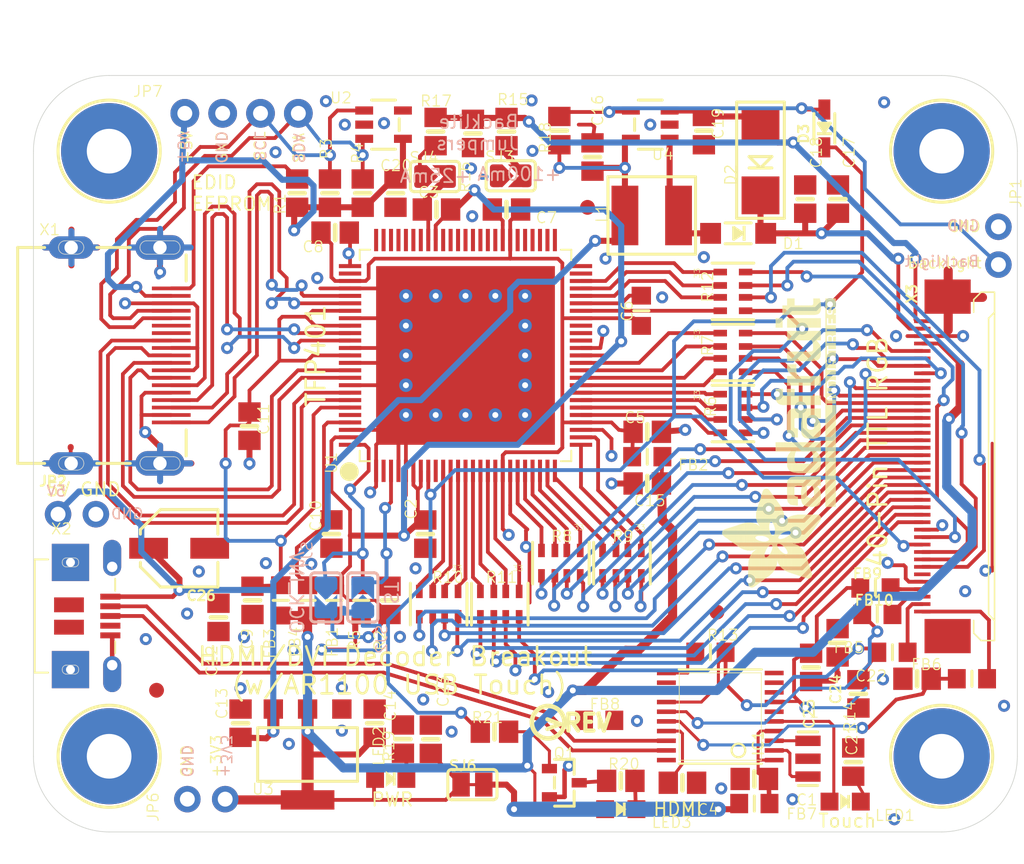
<source format=kicad_pcb>
(kicad_pcb (version 20211014) (generator pcbnew)
  (layers (0 "F.Cu" signal) (31 "B.Cu" signal) (34 "B.Paste" user) (35 "F.Paste" user) (36 "B.SilkS" user "B.Silkscreen") (37 "F.SilkS" user "F.Silkscreen") (38 "B.Mask" user) (39 "F.Mask" user) (44 "Edge.Cuts" user))
  (net 0 "")
  (net 1 "GND")
  (net 2 "N$1")
  (net 3 "N$2")
  (net 4 "N$3")
  (net 5 "N$4")
  (net 6 "N$5")
  (net 7 "N$6")
  (net 8 "N$7")
  (net 9 "N$8")
  (net 10 "N$9")
  (net 11 "N$38")
  (net 12 "N$42")
  (net 13 "VDD")
  (net 14 "VDDIO")
  (net 15 "OCK_INV")
  (net 16 "ST")
  (net 17 "PWRDN_O")
  (net 18 "PWRDN")
  (net 19 "ASD")
  (net 20 "ZXC")
  (net 21 "XCV")
  (net 22 "CVB")
  (net 23 "CTL3")
  (net 24 "CTL2")
  (net 25 "CTL1")
  (net 26 "AVDD")
  (net 27 "SCL")
  (net 28 "SDA")
  (net 29 "VIN")
  (net 30 "5.0V")
  (net 31 "D+")
  (net 32 "D-")
  (net 33 "N$10")
  (net 34 "N$11")
  (net 35 "N$12")
  (net 36 "N$14")
  (net 37 "N$15")
  (net 38 "N$16")
  (net 39 "N$17")
  (net 40 "N$18")
  (net 41 "N$19")
  (net 42 "N$20")
  (net 43 "N$21")
  (net 44 "N$22")
  (net 45 "N$23")
  (net 46 "N$24")
  (net 47 "N$25")
  (net 48 "N$26")
  (net 49 "N$27")
  (net 50 "N$28")
  (net 51 "N$29")
  (net 52 "N$30")
  (net 53 "N$31")
  (net 54 "N$32")
  (net 55 "N$33")
  (net 56 "N$34")
  (net 57 "N$35")
  (net 58 "N$36")
  (net 59 "N$39")
  (net 60 "R0")
  (net 61 "R1")
  (net 62 "R2")
  (net 63 "R3")
  (net 64 "R4")
  (net 65 "R5")
  (net 66 "R6")
  (net 67 "R7")
  (net 68 "G0")
  (net 69 "G1")
  (net 70 "G2")
  (net 71 "G3")
  (net 72 "G4")
  (net 73 "G5")
  (net 74 "G6")
  (net 75 "G7")
  (net 76 "B0")
  (net 77 "B1")
  (net 78 "B2")
  (net 79 "B3")
  (net 80 "B4")
  (net 81 "B5")
  (net 82 "B6")
  (net 83 "B7")
  (net 84 "VSYNC")
  (net 85 "HSYNC")
  (net 86 "PIXCLK")
  (net 87 "DISPEN")
  (net 88 "ACTIVE")
  (net 89 "X+")
  (net 90 "Y+")
  (net 91 "X-")
  (net 92 "Y-")
  (net 93 "N$40")
  (net 94 "N$41")
  (net 95 "N$43")
  (net 96 "N$47")
  (net 97 "N$52")
  (net 98 "LEDK")
  (net 99 "24V")
  (net 100 "N$49")
  (net 101 "N$50")
  (net 102 "N$13")
  (net 103 "N$45")
  (net 104 "N$46")
  (net 105 "N$48")
  (net 106 "N$53")
  (net 107 "N$54")
  (net 108 "AGND")
  (net 109 "N$55")
  (net 110 "AVDD2")
  (net 111 "N$56")
  (net 112 "N$57")
  (footprint "boardEagle:0805-NO" (layer "F.Cu") (at 144.9811 83.4956 -90)
    (fp_text reference "R16")
    (fp_text value "12 ohm")
  )
  (footprint "boardEagle:S-PQFP-G100" (layer "F.Cu") (at 144.4811 98.4036)
    (fp_text reference "U1")
    (fp_text value "TFP401")
  )
  (footprint "boardEagle:0805-NO" (layer "F.Cu") (at 156.6811 107.0036 180)
    (fp_text reference "C15")
    (fp_text value "10uF")
  )
  (footprint "boardEagle:MOUNTINGHOLE_3.0_PLATED" (layer "F.Cu") (at 120.5611 84.6836)
    (fp_text reference "U$31" hide)
    (fp_text value "MOUNTINGHOLE3.0" hide)
  )
  (footprint "boardEagle:0805-NO" (layer "F.Cu") (at 147.2351 83.3686 -90)
    (fp_text reference "R15")
    (fp_text value "3 ohm")
  )
  (footprint "boardEagle:1X02_ROUND" (layer "F.Cu") (at 127.0811 128.2036 180)
    (fp_text reference "JP6")
    (fp_text value "")
  )
  (footprint "boardEagle:_0805MP" (layer "F.Cu") (at 163.8681 128.4986 180)
    (fp_text reference "FB7")
    (fp_text value "Ferrite")
  )
  (footprint "boardEagle:1X02_ROUND" (layer "F.Cu") (at 118.4021 109.0676)
    (fp_text reference "JP2")
    (fp_text value "")
  )
  (footprint "boardEagle:0805-NO" (layer "F.Cu") (at 154.9036 126.9746 180)
    (fp_text reference "R20")
    (fp_text value "1K")
  )
  (footprint "boardEagle:SOLDERJUMPER_ARROW_NOPASTE" (layer "F.Cu") (at 147.5161 86.3386)
    (fp_text reference "SJ3")
    (fp_text value "+50mA")
  )
  (footprint "boardEagle:0805-NO" (layer "F.Cu") (at 174.7901 120.1166 180)
    (fp_text reference "C22")
    (fp_text value "0.01uF")
  )
  (footprint "boardEagle:SOT23-5" (layer "F.Cu") (at 138.9811 82.9036 -90)
    (fp_text reference "U2")
    (fp_text value "24LC02BT-I/OT" hide)
  )
  (footprint "boardEagle:HDMI_MOLEX_47151-0001_DIMLAYER" (layer "F.Cu") (at 124.7311 98.4036 -90)
    (fp_text reference "X1")
    (fp_text value "47151-0001" hide)
    (fp_line (start -6.8 6.32) (end -6.8 7.12) (layer "Edge.Cuts") (width 0.05))
    (fp_line (start 6.8 7.12) (end 6.8 6.32) (layer "Edge.Cuts") (width 0.05))
    (fp_line (start -7.7 -0.15) (end -7.7 1.65) (layer "Edge.Cuts") (width 0.05))
    (fp_line (start 6.8 -0.15) (end 6.8 1.65) (layer "Edge.Cuts") (width 0.05))
    (fp_line (start -6.8 1.65) (end -6.8 -0.15) (layer "Edge.Cuts") (width 0.05))
    (fp_line (start 7.7 6.32) (end 7.7 7.12) (layer "Edge.Cuts") (width 0.05))
    (fp_line (start -7.7 7.12) (end -7.7 6.32) (layer "Edge.Cuts") (width 0.05))
    (fp_line (start 7.7 1.65) (end 7.7 -0.15) (layer "Edge.Cuts") (width 0.05))
    (fp_arc (start 7.25 5.87) (mid 7.568198 6.001802) (end 7.7 6.32) (layer "Edge.Cuts") (width 0.05))
    (fp_arc (start 6.8 6.32) (mid 6.931802 6.001802) (end 7.25 5.87) (layer "Edge.Cuts") (width 0.05))
    (fp_arc (start -6.8 7.12) (mid -6.931802 7.438198) (end -7.25 7.57) (layer "Edge.Cuts") (width 0.05))
    (fp_arc (start -7.25 7.57) (mid -7.568198 7.438198) (end -7.7 7.12) (layer "Edge.Cuts") (width 0.05))
    (fp_arc (start -7.25 5.87) (mid -6.931802 6.001802) (end -6.8 6.32) (layer "Edge.Cuts") (width 0.05))
    (fp_arc (start 7.25 7.57) (mid 6.931802 7.438198) (end 6.8 7.12) (layer "Edge.Cuts") (width 0.05))
    (fp_arc (start -7.25 -0.6) (mid -6.931801 -0.468198) (end -6.799999 -0.149999) (layer "Edge.Cuts") (width 0.05))
    (fp_arc (start 7.25 2.1) (mid 6.931802 1.968198) (end 6.8 1.65) (layer "Edge.Cuts") (width 0.05))
    (fp_arc (start 7.7 7.12) (mid 7.568198 7.438198) (end 7.25 7.57) (layer "Edge.Cuts") (width 0.05))
    (fp_arc (start -7.25 2.1) (mid -7.568198 1.968198) (end -7.7 1.65) (layer "Edge.Cuts") (width 0.05))
    (fp_arc (start 7.25 -0.6) (mid 7.568199 -0.468198) (end 7.700001 -0.149999) (layer "Edge.Cuts") (width 0.05))
    (fp_arc (start 7.7 1.65) (mid 7.568198 1.968198) (end 7.25 2.1) (layer "Edge.Cuts") (width 0.05))
    (fp_arc (start -7.7 6.32) (mid -7.568198 6.001802) (end -7.25 5.87) (layer "Edge.Cuts") (width 0.05))
    (fp_arc (start -6.8 1.65) (mid -6.931802 1.968198) (end -7.25 2.1) (layer "Edge.Cuts") (width 0.05))
    (fp_arc (start -7.7 -0.15) (mid -7.568197 -0.468198) (end -7.249999 -0.599999) (layer "Edge.Cuts") (width 0.05))
    (fp_arc (start 6.8 -0.15) (mid 6.931803 -0.468198) (end 7.250001 -0.599999) (layer "Edge.Cuts") (width 0.05))
  )
  (footprint "boardEagle:0805-NO" (layer "F.Cu") (at 153.0041 85.0766 -90)
    (fp_text reference "C16")
    (fp_text value "10uF")
  )
  (footprint "boardEagle:RESPACK_4X0603" (layer "F.Cu") (at 154.9811 112.3536 180)
    (fp_text reference "R9")
    (fp_text value "33")
  )
  (footprint "boardEagle:MOUNTINGHOLE_3.0_PLATED" (layer "F.Cu") (at 176.4411 84.6836)
    (fp_text reference "U$32" hide)
    (fp_text value "MOUNTINGHOLE3.0" hide)
  )
  (footprint "boardEagle:SOD-323" (layer "F.Cu") (at 168.5671 83.1596 90)
    (fp_text reference "D3")
    (fp_text value "2N4148")
  )
  (footprint "boardEagle:0805-NO" (layer "F.Cu") (at 170.5041 125.7136 90)
    (fp_text reference "R14")
    (fp_text value "1K")
  )
  (footprint "boardEagle:1X04_ROUND_76" (layer "F.Cu") (at 129.4511 82.1436)
    (fp_text reference "JP7")
    (fp_text value "")
  )
  (footprint "boardEagle:_0805MP" (layer "F.Cu") (at 156.2811 95.4036 90)
    (fp_text reference "C6")
    (fp_text value "0.1uF")
  )
  (footprint "boardEagle:0805-NO" (layer "F.Cu") (at 135.7311 90.1536)
    (fp_text reference "C8")
    (fp_text value "0.1uF")
  )
  (footprint "boardEagle:_0805MP" (layer "F.Cu") (at 172.1231 115.7986)
    (fp_text reference "FB10")
    (fp_text value "ferrite")
  )
  (footprint "boardEagle:1X02_ROUND" (layer "F.Cu") (at 180.2511 91.0336 -90)
    (fp_text reference "JP1")
    (fp_text value "")
  )
  (footprint "boardEagle:0805-NO" (layer "F.Cu") (at 139.3811 114.8536 90)
    (fp_text reference "R2")
    (fp_text value "10K")
  )
  (footprint "boardEagle:0805-NO" (layer "F.Cu") (at 167.2811 87.9036 90)
    (fp_text reference "C18")
    (fp_text value "1uF")
  )
  (footprint "boardEagle:0805-NO" (layer "F.Cu") (at 138.3811 123.1036 90)
    (fp_text reference "C14")
    (fp_text value "10uF")
  )
  (footprint "boardEagle:RESPACK_4X0603" (layer "F.Cu") (at 162.4311 102.3036 -90)
    (fp_text reference "R6")
    (fp_text value "33")
  )
  (footprint "boardEagle:0805-NO" (layer "F.Cu") (at 129.3811 123.1036 90)
    (fp_text reference "C13")
    (fp_text value "10uF")
  )
  (footprint "boardEagle:CHIPLED_0805_NOOUTLINE" (layer "F.Cu") (at 154.9036 128.8766 -90)
    (fp_text reference "LED3")
    (fp_text value "Blue")
  )
  (footprint "boardEagle:_0805MP" (layer "F.Cu") (at 160.9221 118.3386 180)
    (fp_text reference "R13")
    (fp_text value "10K")
  )
  (footprint "boardEagle:_0805MP" (layer "F.Cu") (at 178.4731 120.1166)
    (fp_text reference "FB6")
    (fp_text value "ferrite")
  )
  (footprint "boardEagle:MOUNTINGHOLE_3.0_PLATED" (layer "F.Cu") (at 176.4411 125.3236)
    (fp_text reference "U$33" hide)
    (fp_text value "MOUNTINGHOLE3.0" hide)
  )
  (footprint "boardEagle:SOLDERJUMPER_CLOSEDWIRE" (layer "F.Cu") (at 144.9451 127.2286)
    (fp_text reference "SJ6")
    (fp_text value "")
  )
  (footprint "boardEagle:0805-NO" (layer "F.Cu") (at 135.3811 87.5036 -90)
    (fp_text reference "R3")
    (fp_text value "10K")
  )
  (footprint "boardEagle:PCBFEAT-REV-056" (layer "F.Cu") (at 150.0251 123.0376)
    (fp_text reference "U$80" hide)
    (fp_text value "" hide)
  )
  (footprint "boardEagle:RESPACK_4X0603" (layer "F.Cu") (at 142.6811 115.1036 180)
    (fp_text reference "R10")
    (fp_text value "33")
  )
  (footprint "boardEagle:0805-NO" (layer "F.Cu") (at 127.9001 115.9966 -90)
    (fp_text reference "C12")
    (fp_text value "10uF")
  )
  (footprint "boardEagle:0805-NO" (layer "F.Cu") (at 160.4811 83.3036 -90)
    (fp_text reference "C19")
    (fp_text value "0.1uF")
  )
  (footprint "boardEagle:CHIPLED_0805_NOOUTLINE" (layer "F.Cu") (at 139.4621 126.8446 -90)
    (fp_text reference "LED2")
    (fp_text value "Green")
  )
  (footprint "boardEagle:0805-NO" (layer "F.Cu") (at 150.7811 83.3036 90)
    (fp_text reference "R18")
    (fp_text value "10K")
  )
  (footprint "boardEagle:_0805MP" (layer "F.Cu") (at 132.0811 114.8536 90)
    (fp_text reference "FB3")
    (fp_text value "Ferrite")
  )
  (footprint "boardEagle:SOT23-R" (layer "F.Cu") (at 151.1131 127.1016 -90)
    (fp_text reference "Q1")
    (fp_text value "BSS138")
  )
  (footprint "boardEagle:RESONATOR-SMD" (layer "F.Cu") (at 167.4671 125.4876 90)
    (fp_text reference "Y1")
    (fp_text value "12MHz")
  )
  (footprint "boardEagle:0805-NO" (layer "F.Cu") (at 159.0421 127.1016)
    (fp_text reference "C4")
    (fp_text value "0.1uF")
  )
  (footprint "boardEagle:0805-NO" (layer "F.Cu") (at 139.7811 87.5036 -90)
    (fp_text reference "C20")
    (fp_text value "0.1uF")
  )
  (footprint "boardEagle:0805-NO" (layer "F.Cu") (at 130.1811 114.8536 -90)
    (fp_text reference "C9")
    (fp_text value "0.1uF")
  )
  (footprint "boardEagle:INDUCTOR_5X5MM_NR5040_NOTHERMALS" (layer "F.Cu") (at 156.9811 89.0036)
    (fp_text reference "L1")
    (fp_text value "BRL3225T150K" hide)
  )
  (footprint "boardEagle:_0805MP" (layer "F.Cu") (at 173.1391 118.3386)
    (fp_text reference "FB5")
    (fp_text value "ferrite")
  )
  (footprint "boardEagle:0805-NO" (layer "F.Cu") (at 169.4811 87.9036 90)
    (fp_text reference "C17")
    (fp_text value "1uF")
  )
  (footprint "boardEagle:FIDUCIAL_1MM" (layer "F.Cu") (at 161.3561 115.6426)
    (fp_text reference "FID3" hide)
    (fp_text value "FIDUCIAL\"\"" hide)
  )
  (footprint "boardEagle:TSSOP20-5.3MMBODY" (layer "F.Cu") (at 161.5821 122.6566 90)
    (fp_text reference "IC1")
    (fp_text value "AR1100_SSOP")
  )
  (footprint "boardEagle:FIDUCIAL_1MM" (layer "F.Cu") (at 123.7431 120.8906)
    (fp_text reference "FID2" hide)
    (fp_text value "FIDUCIAL\"\"" hide)
  )
  (footprint "boardEagle:0805-NO" (layer "F.Cu") (at 133.1811 87.5036 -90)
    (fp_text reference "R1")
    (fp_text value "10K")
  )
  (footprint "boardEagle:PANASONIC_C" (layer "F.Cu") (at 125.2601 111.3536 180)
    (fp_text reference "C26")
    (fp_text value "100uF")
  )
  (footprint "boardEagle:_0805MP" (layer "F.Cu") (at 137.4811 114.8536 90)
    (fp_text reference "R5")
    (fp_text value "10K")
  )
  (footprint "boardEagle:0805-NO" (layer "F.Cu") (at 141.7811 110.4036 -90)
    (fp_text reference "C2")
    (fp_text value "0.1uF")
  )
  (footprint "boardEagle:SOT23-5" (layer "F.Cu") (at 156.8811 82.9036 90)
    (fp_text reference "U4")
    (fp_text value "FAN5333BSX" hide)
  )
  (footprint "boardEagle:RESPACK_4X0603" (layer "F.Cu") (at 162.4311 94.1036 -90)
    (fp_text reference "R12")
    (fp_text value "33")
  )
  (footprint "boardEagle:CHIPLED_0805_NOOUTLINE" (layer "F.Cu") (at 169.9641 128.3686 -90)
    (fp_text reference "LED1")
    (fp_text value "Red")
  )
  (footprint "boardEagle:0805-NO" (layer "F.Cu") (at 167.6781 119.3546 -90)
    (fp_text reference "C25")
    (fp_text value "0.01uF")
  )
  (footprint "boardEagle:4-1734839-0" (layer "F.Cu") (at 177.6811 105.8536 -90)
    (fp_text reference "X3")
    (fp_text value "XF2-40-RARBT" hide)
  )
  (footprint "boardEagle:_0805MP" (layer "F.Cu") (at 135.6811 114.8536 90)
    (fp_text reference "FB1")
    (fp_text value "Ferrite")
  )
  (footprint "boardEagle:_0805MP" (layer "F.Cu") (at 133.8811 114.8536 90)
    (fp_text reference "FB4")
    (fp_text value "Ferrite")
  )
  (footprint "boardEagle:RESPACK_4X0603" (layer "F.Cu") (at 150.8811 112.3536 180)
    (fp_text reference "R8")
    (fp_text value "33")
  )
  (footprint "boardEagle:0805-NO" (layer "F.Cu") (at 142.5311 88.6036 180)
    (fp_text reference "C3")
    (fp_text value "0.1uF")
  )
  (footprint "boardEagle:0805-NO" (layer "F.Cu") (at 137.5811 87.5036 -90)
    (fp_text reference "R4")
    (fp_text value "10K")
  )
  (footprint "boardEagle:0805-NO" (layer "F.Cu") (at 147.2311 88.6036 180)
    (fp_text reference "C7")
    (fp_text value "0.1uF")
  )
  (footprint "boardEagle:SOLDERJUMPER_ARROW_NOPASTE" (layer "F.Cu") (at 142.4361 86.3856)
    (fp_text reference "SJ4")
    (fp_text value "+25mA")
  )
  (footprint "boardEagle:0805-NO" (layer "F.Cu") (at 140.2811 124.1716 90)
    (fp_text reference "R19")
    (fp_text value "1K")
  )
  (footprint "boardEagle:0805-NO" (layer "F.Cu") (at 146.4241 123.6746)
    (fp_text reference "R21")
    (fp_text value "1K")
  )
  (footprint "boardEagle:0805-NO" (layer "F.Cu") (at 169.4561 117.7036 -90)
    (fp_text reference "C24")
    (fp_text value "0.01uF")
  )
  (footprint "boardEagle:_0805MP" (layer "F.Cu") (at 171.9961 114.0206)
    (fp_text reference "FB9")
    (fp_text value "ferrite")
  )
  (footprint "boardEagle:0805-NO" (layer "F.Cu") (at 142.4731 83.3686 -90)
    (fp_text reference "R17")
    (fp_text value "12 ohm")
  )
  (footprint "boardEagle:0805-NO" (layer "F.Cu") (at 135.4811 110.3996 -90)
    (fp_text reference "C10")
    (fp_text value "0.1uF")
  )
  (footprint "boardEagle:SOT223-R" (layer "F.Cu") (at 133.8811 125.2036 180)
    (fp_text reference "U3")
    (fp_text value "LT1117(3V3)" hide)
  )
  (footprint "boardEagle:ADAFRUIT_TEXT_20MM" (layer "F.Cu") (at 169.3291 114.1476 90)
    (fp_text reference "U$81" hide)
    (fp_text value "" hide)
  )
  (footprint "boardEagle:FIDUCIAL_1MM" (layer "F.Cu") (at 152.6701 88.4576)
    (fp_text reference "FID1" hide)
    (fp_text value "FIDUCIAL\"\"" hide)
  )
  (footprint "boardEagle:_0805MP" (layer "F.Cu") (at 156.6811 105.2036 180)
    (fp_text reference "FB2")
    (fp_text value "Ferrite")
  )
  (footprint "boardEagle:4UCONN_20329" (layer "F.Cu") (at 119.8661 115.9036 -90)
    (fp_text reference "X2")
    (fp_text value "microUSB")
    (fp_line (start 3.3 2.2) (end 3.3 1.6) (layer "Edge.Cuts") (width 0.05))
    (fp_line (start 3.9 1.6) (end 3.9 2.2) (layer "Edge.Cuts") (width 0.05))
    (fp_line (start -3.3 1.6) (end -3.3 2.2) (layer "Edge.Cuts") (width 0.05))
    (fp_line (start -3.9 2.2) (end -3.9 1.6) (layer "Edge.Cuts") (width 0.05))
    (fp_arc (start 3.9 2.2) (mid 3.801777 2.387132) (end 3.6 2.45) (layer "Edge.Cuts") (width 0.05))
    (fp_arc (start 3.6 2.45) (mid 3.398223 2.387132) (end 3.3 2.2) (layer "Edge.Cuts") (width 0.05))
    (fp_arc (start -3.3 2.2) (mid -3.398223 2.387132) (end -3.6 2.45) (layer "Edge.Cuts") (width 0.05))
    (fp_arc (start 3.6 1.35) (mid 3.801777 1.412868) (end 3.9 1.6) (layer "Edge.Cuts") (width 0.05))
    (fp_arc (start -3.9 1.6) (mid -3.801777 1.412868) (end -3.6 1.35) (layer "Edge.Cuts") (width 0.05))
    (fp_arc (start -3.6 2.45) (mid -3.801777 2.387132) (end -3.9 2.2) (layer "Edge.Cuts") (width 0.05))
    (fp_arc (start 3.3 1.6) (mid 3.398223 1.412868) (end 3.6 1.35) (layer "Edge.Cuts") (width 0.05))
    (fp_arc (start -3.6 1.35) (mid -3.398223 1.412868) (end -3.3 1.6) (layer "Edge.Cuts") (width 0.05))
  )
  (footprint "boardEagle:0805-NO" (layer "F.Cu") (at 142.1511 124.1806 90)
    (fp_text reference "C23")
    (fp_text value "0.1uF")
  )
  (footprint "boardEagle:0805-NO" (layer "F.Cu") (at 129.9811 103.1536 -90)
    (fp_text reference "C11")
    (fp_text value "0.1uF")
  )
  (footprint "boardEagle:0805-NO" (layer "F.Cu") (at 163.8681 126.8476)
    (fp_text reference "C1")
    (fp_text value "0.1uF")
  )
  (footprint "boardEagle:0805-NO" (layer "F.Cu") (at 156.6811 103.5306)
    (fp_text reference "C5")
    (fp_text value "0.1uF")
  )
  (footprint "boardEagle:0805-NO" (layer "F.Cu") (at 170.8531 121.1326 -90)
    (fp_text reference "C21")
    (fp_text value "0.01uF")
  )
  (footprint "boardEagle:_0805MP" (layer "F.Cu") (at 153.4541 122.9106)
    (fp_text reference "FB8")
    (fp_text value "Ferrite")
  )
  (footprint "boardEagle:SMADIODE" (layer "F.Cu") (at 164.2811 85.3036 90)
    (fp_text reference "D2")
    (fp_text value "MM3Z24VT1G" hide)
  )
  (footprint "boardEagle:RESPACK_4X0603" (layer "F.Cu") (at 162.4311 98.2036 -90)
    (fp_text reference "R7")
    (fp_text value "33")
  )
  (footprint "boardEagle:SOD-123" (layer "F.Cu") (at 162.7811 90.2036 180)
    (fp_text reference "D1")
    (fp_text value "MBR0540" hide)
  )
  (footprint "boardEagle:MOUNTINGHOLE_3.0_PLATED" (layer "F.Cu") (at 120.5611 125.3236)
    (fp_text reference "U$34" hide)
    (fp_text value "MOUNTINGHOLE3.0" hide)
  )
  (footprint "boardEagle:RESPACK_4X0603" (layer "F.Cu") (at 146.7811 115.1036 180)
    (fp_text reference "R11")
    (fp_text value "33")
  )
  (footprint "boardEagle:SOLDERJUMPER_ARROW_NOPASTE" (layer "B.Cu") (at 135.1081 114.6536 -90)
    (fp_text reference "SJ1")
    (fp_text value "")
  )
  (footprint "boardEagle:SOLDERJUMPER_ARROW_NOPASTE" (layer "B.Cu") (at 137.5851 114.6536 90)
    (fp_text reference "SJ2")
    (fp_text value "")
  )
  (gr_line (start 176.4411 79.6036) (end 120.5611 79.6036) (layer "Edge.Cuts") (width 0.05))
  (gr_arc (start 115.4811 84.6836) (mid 116.968998 81.091498) (end 120.5611 79.6036) (layer "Edge.Cuts") (width 0.05))
  (gr_arc (start 181.5211 125.3236) (mid 180.033202 128.915702) (end 176.4411 130.4036) (layer "Edge.Cuts") (width 0.05))
  (gr_arc (start 176.4411 79.6036) (mid 180.033202 81.091498) (end 181.5211 84.6836) (layer "Edge.Cuts") (width 0.05))
  (gr_line (start 115.4811 84.6836) (end 115.4811 125.3236) (layer "Edge.Cuts") (width 0.05))
  (gr_line (start 181.5211 125.3236) (end 181.5211 84.6836) (layer "Edge.Cuts") (width 0.05))
  (gr_arc (start 120.5611 130.4036) (mid 116.968998 128.915702) (end 115.4811 125.3236) (layer "Edge.Cuts") (width 0.05))
  (gr_line (start 120.5611 130.4036) (end 176.4411 130.4036) (layer "Edge.Cuts") (width 0.05))
  (gr_text "Backlight" (at 179.0051 92.4956) (layer "B.SilkS") (effects (font (size 0.715264 0.715264) (thickness 0.097536)) (justify left bottom mirror)))
  (gr_text "OCK_INV" (at 133.6421 111.4806 -90) (layer "B.SilkS") (effects (font (size 0.89408 0.89408) (thickness 0.12192)) (justify right top mirror)))
  (gr_text "Backlite\nJumpers" (at 148.1201 84.6836) (layer "B.SilkS") (effects (font (size 0.89408 0.89408) (thickness 0.12192)) (justify left bottom mirror)))
  (gr_text "GND" (at 179.0321 90.1036) (layer "B.SilkS") (effects (font (size 0.715264 0.715264) (thickness 0.097536)) (justify left bottom mirror)))
  (gr_text "GND" (at 122.9301 109.4546) (layer "B.SilkS") (effects (font (size 0.715264 0.715264) (thickness 0.097536)) (justify left bottom mirror)))
  (gr_text "+25mA" (at 139.9921 85.8266) (layer "B.SilkS") (effects (font (size 0.89408 0.89408) (thickness 0.12192)) (justify right top mirror)))
  (gr_text "+3V3" (at 127.9811 126.8036 -90) (layer "B.SilkS") (effects (font (size 0.715264 0.715264) (thickness 0.097536)) (justify left bottom mirror)))
  (gr_text "GND" (at 128.5081 83.2686 -90) (layer "B.SilkS") (effects (font (size 0.715264 0.715264) (thickness 0.097536)) (justify right top mirror)))
  (gr_text "+5V" (at 125.9351 83.2686 -90) (layer "B.SilkS") (effects (font (size 0.715264 0.715264) (thickness 0.097536)) (justify right top mirror)))
  (gr_text "SCL" (at 131.1081 83.2956 -90) (layer "B.SilkS") (effects (font (size 0.715264 0.715264) (thickness 0.097536)) (justify right top mirror)))
  (gr_text "ST" (at 139.9921 113.5126 -90) (layer "B.SilkS") (effects (font (size 0.89408 0.89408) (thickness 0.12192)) (justify right top mirror)))
  (gr_text "5V" (at 117.7231 107.9306) (layer "B.SilkS") (effects (font (size 0.715264 0.715264) (thickness 0.097536)) (justify left bottom mirror)))
  (gr_text "GND" (at 125.3811 126.8036 -90) (layer "B.SilkS") (effects (font (size 0.715264 0.715264) (thickness 0.097536)) (justify left bottom mirror)))
  (gr_text "SDA" (at 133.7081 83.4226 -90) (layer "B.SilkS") (effects (font (size 0.715264 0.715264) (thickness 0.097536)) (justify right top mirror)))
  (gr_text "+100mA" (at 145.1991 85.6996) (layer "B.SilkS") (effects (font (size 0.89408 0.89408) (thickness 0.12192)) (justify right top mirror)))
  (gr_text "HDMI/DVI Decoder Breakout" (at 126.4031 119.3546) (layer "F.SilkS") (effects (font (size 1.251712 1.251712) (thickness 0.170688)) (justify left bottom)))
  (gr_text "GND" (at 179.1321 89.3306) (layer "F.SilkS") (effects (font (size 0.715264 0.715264) (thickness 0.097536)) (justify right top)))
  (gr_text "+5V" (at 125.3621 83.2686 90) (layer "F.SilkS") (effects (font (size 0.715264 0.715264) (thickness 0.097536)) (justify right top)))
  (gr_text "HDMI" (at 157.0101 129.3876) (layer "F.SilkS") (effects (font (size 0.89408 0.89408) (thickness 0.12192)) (justify left bottom)))
  (gr_text "TFP401" (at 135.1661 101.9556 90) (layer "F.SilkS") (effects (font (size 1.251712 1.251712) (thickness 0.170688)) (justify left bottom)))
  (gr_text "SCL" (at 130.2621 83.2956 90) (layer "F.SilkS") (effects (font (size 0.715264 0.715264) (thickness 0.097536)) (justify right top)))
  (gr_text "GND" (at 127.7081 83.2686 90) (layer "F.SilkS") (effects (font (size 0.715264 0.715264) (thickness 0.097536)) (justify right top)))
  (gr_text "+3V3" (at 128.1811 126.8036 90) (layer "F.SilkS") (effects (font (size 0.715264 0.715264) (thickness 0.097536)) (justify left bottom)))
  (gr_text "Touch" (at 172.1231 129.1336) (layer "F.SilkS") (effects (font (size 0.89408 0.89408) (thickness 0.12192)) (justify right top)))
  (gr_text "GND" (at 126.1811 126.8036 90) (layer "F.SilkS") (effects (font (size 0.715264 0.715264) (thickness 0.097536)) (justify left bottom)))
  (gr_text "GND" (at 118.5291 107.9246) (layer "F.SilkS") (effects (font (size 0.89408 0.89408) (thickness 0.12192)) (justify left bottom)))
  (gr_text "EDID\nEEPROM" (at 126.0221 88.7476) (layer "F.SilkS") (effects (font (size 0.89408 0.89408) (thickness 0.12192)) (justify left bottom)))
  (gr_text "5V" (at 116.2431 107.9246) (layer "F.SilkS") (effects (font (size 0.89408 0.89408) (thickness 0.12192)) (justify left bottom)))
  (gr_text "PWR" (at 138.0871 128.7526) (layer "F.SilkS") (effects (font (size 0.89408 0.89408) (thickness 0.12192)) (justify left bottom)))
  (gr_text "SDA" (at 132.8681 83.4036 90) (layer "F.SilkS") (effects (font (size 0.715264 0.715264) (thickness 0.097536)) (justify right top)))
  (gr_text "40-Pin TTL RGB" (at 172.8851 112.7506 90) (layer "F.SilkS") (effects (font (size 1.251712 1.251712) (thickness 0.170688)) (justify left bottom)))
  (gr_text "Backlight" (at 179.185287 91.777363) (layer "F.SilkS") (effects (font (size 0.715264 0.715264) (thickness 0.097536)) (justify right top)))
  (gr_text "(w/AR1100 USB Touch)" (at 128.6891 121.2596) (layer "F.SilkS") (effects (font (size 1.251712 1.251712) (thickness 0.170688)) (justify left bottom)))
  (segment (start 117.9811 104.5536) (end 117.9811 104.6036) (width 0.4064) (layer "F.Cu") (net 1))
  (segment (start 174.2461 113.6036) (end 174.0281 113.3856) (width 0.254) (layer "F.Cu") (net 1))
  (segment (start 126.2311 94.9036) (end 124.7311 94.9036) (width 0.25) (layer "F.Cu") (net 1))
  (segment (start 126.2311 99.4036) (end 126.4811 99.1536) (width 0.25) (layer "F.Cu") (net 1))
  (segment (start 155.7311 107.0036) (end 154.2811 107.0036) (width 0.4) (layer "F.Cu") (net 1))
  (segment (start 126.4811 95.1536) (end 126.2311 94.9036) (width 0.25) (layer "F.Cu") (net 1))
  (segment (start 172.8851 112.4966) (end 172.7581 112.3696) (width 0.254) (layer "F.Cu") (net 1))
  (segment (start 122.7311 101.1536) (end 122.7311 102.4036) (width 0.25) (layer "F.Cu") (net 1))
  (segment (start 137.0811 118.1536) (end 134.8311 118.1536) (width 0.254) (layer "F.Cu") (net 1))
  (segment (start 118.0311 89.9536) (end 118.0311 92.3536) (width 0.4064) (layer "F.Cu") (net 1))
  (segment (start 124.7311 94.9036) (end 121.6311 94.9036) (width 0.25) (layer "F.Cu") (net 1))
  (segment (start 175.1411 110.1036) (end 176.1811 110.1036) (width 0.254) (layer "F.Cu") (net 1))
  (segment (start 141.5811 88.1746) (end 142.5321 87.2236) (width 0.4064) (layer "F.Cu") (net 1))
  (segment (start 126.4811 99.1536) (end 126.4811 97.9036) (width 0.25) (layer "F.Cu") (net 1))
  (segment (start 137.0811 116.8536) (end 137.0811 118.1536) (width 0.254) (layer "F.Cu") (net 1))
  (segment (start 179.8311 112.8536) (end 179.8311 112.6036) (width 0.254) (layer "F.Cu") (net 1))
  (segment (start 175.1411 113.6036) (end 176.0961 113.6036) (width 0.2032) (layer "F.Cu") (net 1))
  (segment (start 176.8811 92.7036) (end 176.8811 96.7036) (width 0.6096) (layer "F.Cu") (net 1))
  (segment (start 140.4811 106.8036) (end 140.4811 107.8036) (width 0.254) (layer "F.Cu") (net 1))
  (segment (start 136.7311 100.4036) (end 140.4811 100.4036) (width 0.25) (layer "F.Cu") (net 1))
  (segment (start 123.9811 104.4536) (end 123.9811 105.6536) (width 0.4064) (layer "F.Cu") (net 1))
  (segment (start 141.5811 88.6036) (end 141.5811 88.1746) (width 0.4064) (layer "F.Cu") (net 1))
  (segment (start 116.2311 105.6536) (end 117.9811 105.6536) (width 0.4064) (layer "F.Cu") (net 1))
  (segment (start 174.0281 113.3856) (end 174.0281 112.6236) (width 0.254) (layer "F.Cu") (net 1))
  (segment (start 153.1311 83.0536) (end 152.9811 82.9036) (width 0.254) (layer "F.Cu") (net 1))
  (segment (start 138.0811 107.6036) (end 138.4811 107.2036) (width 0.254) (layer "F.Cu") (net 1))
  (segment (start 145.5811 86.4036) (end 145.5651 86.3876) (width 0.4064) (layer "F.Cu") (net 1))
  (segment (start 138.4811 104.4036) (end 139.4811 103.4036) (width 0.25) (layer "F.Cu") (net 1))
  (segment (start 152.2311 103.4036) (end 153.6811 103.4036) (width 0.25) (layer "F.Cu") (net 1))
  (segment (start 152.9811 82.9036) (end 152.0811 82.9036) (width 0.254) (layer "F.Cu") (net 1))
  (segment (start 124.7311 99.4036) (end 126.2311 99.4036) (width 0.25) (layer "F.Cu") (net 1))
  (segment (start 134.7311 93.9036) (end 136.7311 93.9036) (width 0.25) (layer "F.Cu") (net 1))
  (segment (start 147.4811 106.1536) (end 147.4811 108.4536) (width 0.25) (layer "F.Cu") (net 1))
  (segment (start 152.2311 94.9036) (end 154.9651 94.9036) (width 0.254) (layer "F.Cu") (net 1))
  (segment (start 122.7311 102.4036) (end 122.7311 103.3036) (width 0.25) (layer "F.Cu") (net 1))
  (segment (start 139.4811 103.4036) (end 140.1061 102.7786) (width 0.25) (layer "F.Cu") (net 1))
  (segment (start 176.1811 110.1036) (end 176.4811 109.8036) (width 0.254) (layer "F.Cu") (net 1))
  (segment (start 141.9811 89.0696) (end 141.5811 88.6036) (width 0.254) (layer "F.Cu") (net 1))
  (segment (start 140.4811 103.1536) (end 140.1061 102.7786) (width 0.25) (layer "F.Cu") (net 1))
  (segment (start 175.1411 97.1036) (end 177.8811 97.1036) (width 0.254) (layer "F.Cu") (net 1))
  (segment (start 148.5431 110.1686) (end 148.5431 111.2586) (width 0.254) (layer "F.Cu") (net 1))
  (segment (start 123.9811 105.6536) (end 126.0811 105.6536) (width 0.4064) (layer "F.Cu") (net 1))
  (segment (start 151.1311 126.2496) (end 151.4221 125.9586) (width 0.3048) (layer "F.Cu") (net 1))
  (segment (start 139.9811 98.9036) (end 140.4811 98.4036) (width 0.25) (layer "F.Cu") (net 1))
  (segment (start 146.9811 89.3696) (end 146.2811 88.6036) (width 0.254) (layer "F.Cu") (net 1))
  (segment (start 138.4811 107.2036) (end 138.4811 106.1536) (width 0.254) (layer "F.Cu") (net 1))
  (segment (start 174.1411 97.1036) (end 175.1411 97.1036) (width 0.254) (layer "F.Cu") (net 1))
  (segment (start 142.5321 87.2236) (end 142.6141 87.2236) (width 0.4064) (layer "F.Cu") (net 1))
  (segment (start 120.7661 117.3286) (end 120.6411 117.2036) (width 0.3048) (layer "F.Cu") (net 1))
  (segment (start 129.9811 104.1036) (end 129.9811 105.6536) (width 0.4) (layer "F.Cu") (net 1))
  (segment (start 126.4811 97.9036) (end 124.7311 97.9036) (width 0.25) (layer "F.Cu") (net 1))
  (segment (start 142.6141 87.2236) (end 143.4521 86.3856) (width 0.4064) (layer "F.Cu") (net 1))
  (segment (start 146.9811 89.6536) (end 146.9811 89.3696) (width 0.254) (layer "F.Cu") (net 1))
  (segment (start 139.9811 97.9036) (end 140.4811 98.4036) (width 0.25) (layer "F.Cu") (net 1))
  (segment (start 139.9811 93.9036) (end 140.4811 94.4036) (width 0.25) (layer "F.Cu") (net 1))
  (segment (start 124.7311 102.4036) (end 122.7311 102.4036) (width 0.25) (layer "F.Cu") (net 1))
  (segment (start 140.1061 102.7786) (end 140.4811 102.4036) (width 0.25) (layer "F.Cu") (net 1))
  (segment (start 137.0811 115.8696) (end 137.4811 115.8696) (width 0.4064) (layer "F.Cu") (net 1))
  (segment (start 173.9011 112.4966) (end 172.8851 112.4966) (width 0.254) (layer "F.Cu") (net 1))
  (segment (start 126.4811 97.9036) (end 126.4811 95.1536) (width 0.25) (layer "F.Cu") (net 1))
  (segment (start 157.6311 103.5306) (end 159.2311 103.4036) (width 0.4) (layer "F.Cu") (net 1))
  (segment (start 179.3811 112.8536) (end 179.8311 112.8536) (width 0.254) (layer "F.Cu") (net 1))
  (segment (start 141.9811 90.6536) (end 141.9811 89.0696) (width 0.254) (layer "F.Cu") (net 1))
  (segment (start 136.7311 90.1696) (end 136.6811 90.1536) (width 0.25) (layer "F.Cu") (net 1))
  (segment (start 147.4811 109.0536) (end 148.6281 110.0836) (width 0.254) (layer "F.Cu") (net 1))
  (segment (start 124.7311 100.9036) (end 122.9811 100.9036) (width 0.25) (layer "F.Cu") (net 1))
  (segment (start 136.7311 97.9036) (end 139.9811 97.9036) (width 0.25) (layer "F.Cu") (net 1))
  (segment (start 151.1311 128.0516) (end 151.1311 126.2496) (width 0.3048) (layer "F.Cu") (net 1))
  (segment (start 146.9811 90.6536) (end 146.9811 89.6536) (width 0.25) (layer "F.Cu") (net 1))
  (segment (start 148.5431 111.2586) (end 148.7811 111.4966) (width 0.254) (layer "F.Cu") (net 1))
  (segment (start 123.9711 91.1536) (end 123.9711 92.7936) (width 0.4064) (layer "F.Cu") (net 1))
  (segment (start 152.2311 97.9036) (end 153.5311 97.9036) (width 0.254) (layer "F.Cu") (net 1))
  (segment (start 176.0961 113.6036) (end 176.3141 113.3856) (width 0.2032) (layer "F.Cu") (net 1))
  (segment (start 148.7811 111.4966) (end 148.7811 115.0036) (width 0.254) (layer "F.Cu") (net 1))
  (segment (start 150.1131 128.0516) (end 151.1311 128.0516) (width 0.3048) (layer "F.Cu") (net 1))
  (segment (start 136.7311 95.9036) (end 139.9811 95.9036) (width 0.25) (layer "F.Cu") (net 1))
  (segment (start 136.7311 93.9036) (end 139.9811 93.9036) (width 0.25) (layer "F.Cu") (net 1))
  (segment (start 140.4811 98.4036) (end 144.4811 98.4036) (width 0.25) (layer "F.Cu") (net 1))
  (segment (start 179.8311 104.3036) (end 179.8311 112.6036) (width 0.2032) (layer "F.Cu") (net 1))
  (segment (start 139.9811 106.1536) (end 139.9811 102.9036) (width 0.254) (layer "F.Cu") (net 1))
  (segment (start 137.0811 115.8696) (end 137.0811 116.8536) (width 0.4064) (layer "F.Cu") (net 1))
  (segment (start 175.1411 113.6036) (end 174.2461 113.6036) (width 0.254) (layer "F.Cu") (net 1))
  (segment (start 174.0281 112.6236) (end 173.9011 112.4966) (width 0.254) (layer "F.Cu") (net 1))
  (segment (start 153.0041 84.1266) (end 153.1311 83.0536) (width 0.254) (layer "F.Cu") (net 1))
  (segment (start 177.3811 94.5036) (end 179.1811 94.5036) (width 0.6096) (layer "F.Cu") (net 1))
  (segment (start 139.9811 102.9036) (end 140.4811 102.4036) (width 0.254) (layer "F.Cu") (net 1))
  (segment (start 153.6811 103.4036) (end 154.2811 104.0036) (width 0.25) (layer "F.Cu") (net 1))
  (segment (start 148.6281 110.0836) (end 148.5431 110.1686) (width 0.254) (layer "F.Cu") (net 1))
  (segment (start 117.9811 105.6536) (end 117.9811 104.6036) (width 0.254) (layer "F.Cu") (net 1))
  (segment (start 123.9711 104.5436) (end 122.9811 103.5536) (width 0.4) (layer "F.Cu") (net 1))
  (segment (start 120.7661 119.2036) (end 120.7661 117.3286) (width 0.3048) (layer "F.Cu") (net 1))
  (segment (start 136.7311 103.4036) (end 139.4811 103.4036) (width 0.25) (layer "F.Cu") (net 1))
  (segment (start 154.9651 94.9036) (end 155.4811 94.3876) (width 0.254) (layer "F.Cu") (net 1))
  (segment (start 123.9711 92.7936) (end 123.9811 92.8036) (width 0.4) (layer "F.Cu") (net 1))
  (segment (start 136.7311 98.9036) (end 139.9811 98.9036) (width 0.25) (layer "F.Cu") (net 1))
  (segment (start 122.7311 103.3036) (end 122.9811 103.5536) (width 0.25) (layer "F.Cu") (net 1))
  (segment (start 136.7311 92.4036) (end 136.7311 90.1696) (width 0.25) (layer "F.Cu") (net 1))
  (segment (start 147.4811 108.4536) (end 147.4811 109.0536) (width 0.254) (layer "F.Cu") (net 1))
  (segment (start 116.2311 91.1536) (end 119.7811 91.1536) (width 0.4064) (layer "F.Cu") (net 1))
  (segment (start 157.7311 103.4196) (end 157.6311 103.5306) (width 0.25) (layer "F.Cu") (net 1))
  (segment (start 138.4811 106.1536) (end 138.4811 104.4036) (width 0.25) (layer "F.Cu") (net 1))
  (segment (start 122.9811 100.9036) (end 122.7311 101.1536) (width 0.25) (layer "F.Cu") (net 1))
  (segment (start 155.4811 94.3876) (end 156.2811 94.3876) (width 0.254) (layer "F.Cu") (net 1))
  (segment (start 140.4811 106.1536) (end 140.4811 103.1536) (width 0.25) (layer "F.Cu") (net 1))
  (segment (start 154.2811 104.0036) (end 154.2811 105.1536) (width 0.25) (layer "F.Cu") (net 1))
  (segment (start 123.9711 105.6536) (end 123.9711 104.5436) (width 0.3048) (layer "F.Cu") (net 1))
  (segment (start 153.5311 97.9036) (end 153.7311 96.7536) (width 0.254) (layer "F.Cu") (net 1))
  (segment (start 139.9811 95.9036) (end 140.4811 96.4036) (width 0.25) (layer "F.Cu") (net 1))
  (via (at 125.7961 115.7386) (size 0.8064) (drill 0.4) (layers "F.Cu" "B.Cu") (net 1))
  (via (at 154.2811 105.1536) (size 0.8064) (drill 0.4) (layers "F.Cu" "B.Cu") (net 1))
  (via (at 126.5821 112.9126) (size 0.8064) (drill 0.4) (layers "F.Cu" "B.Cu") (net 1))
  (via (at 143.5481 123.6726) (size 0.8064) (drill 0.4) (layers "F.Cu" "B.Cu") (net 1))
  (via (at 134.8311 118.1536) (size 0.8064) (drill 0.4) (layers "F.Cu" "B.Cu") (net 1))
  (via (at 159.2311 103.4036) (size 0.8064) (drill 0.4) (layers "F.Cu" "B.Cu") (net 1))
  (via (at 172.5811 81.4036) (size 0.8064) (drill 0.4) (layers "F.Cu" "B.Cu") (net 1))
  (via (at 141.6431 121.5136) (size 0.8064) (drill 0.4) (layers "F.Cu" "B.Cu") (net 1))
  (via (at 156.8811 82.9036) (size 0.8064) (drill 0.4) (layers "F.Cu" "B.Cu") (net 1))
  (via (at 157.6811 94.5036) (size 0.8064) (drill 0.4) (layers "F.Cu" "B.Cu") (net 1))
  (via (at 148.9181 81.2766) (size 0.8064) (drill 0.4) (layers "F.Cu" "B.Cu") (net 1))
  (via (at 131.0811 112.3536) (size 0.8064) (drill 0.4) (layers "F.Cu" "B.Cu") (net 1))
  (via (at 129.9811 105.6536) (size 0.8064) (drill 0.4) (layers "F.Cu" "B.Cu") (net 1))
  (via (at 123.9811 92.8036) (size 0.8064) (drill 0.4) (layers "F.Cu" "B.Cu") (net 1))
  (via (at 136.1811 120.7036) (size 0.8064) (drill 0.4) (layers "F.Cu" "B.Cu") (net 1))
  (via (at 172.8151 112.3336) (size 0.8064) (drill 0.4) (layers "F.Cu" "B.Cu") (net 1))
  (via (at 138.0811 107.6036) (size 0.8064) (drill 0.4) (layers "F.Cu" "B.Cu") (net 1))
  (via (at 136.6311 91.5536) (size 0.8064) (drill 0.4) (layers "F.Cu" "B.Cu") (net 1))
  (via (at 173.3811 97.1036) (size 0.8064) (drill 0.4) (layers "F.Cu" "B.Cu") (net 1))
  (via (at 153.8811 91.9036) (size 0.8064) (drill 0.4) (layers "F.Cu" "B.Cu") (net 1))
  (via (at 132.6251 124.4926) (size 0.8064) (drill 0.4) (layers "F.Cu" "B.Cu") (net 1))
  (via (at 121.6311 94.9036) (size 0.8064) (drill 0.4) (layers "F.Cu" "B.Cu") (net 1))
  (via (at 139.0121 82.8006) (size 0.8064) (drill 0.4) (layers "F.Cu" "B.Cu") (net 1))
  (via (at 136.1811 123.6036) (size 0.8064) (drill 0.4) (layers "F.Cu" "B.Cu") (net 1))
  (via (at 134.5311 93.2036) (size 0.8064) (drill 0.4) (layers "F.Cu" "B.Cu") (net 1))
  (via (at 123.0221 117.4536) (size 0.8064) (drill 0.4) (layers "F.Cu" "B.Cu") (net 1))
  (via (at 132.9311 118.1536) (size 0.8064) (drill 0.4) (layers "F.Cu" "B.Cu") (net 1))
  (via (at 150.0311 121.0076) (size 0.8064) (drill 0.4) (layers "F.Cu" "B.Cu") (net 1))
  (via (at 131.7311 84.7536) (size 0.8064) (drill 0.4) (layers "F.Cu" "B.Cu") (net 1))
  (via (at 134.1311 112.4036) (size 0.8064) (drill 0.4) (layers "F.Cu" "B.Cu") (net 1))
  (via (at 135.1121 81.3266) (size 0.8064) (drill 0.4) (layers "F.Cu" "B.Cu") (net 1))
  (via (at 122.9811 103.5536) (size 0.8064) (drill 0.4) (layers "F.Cu" "B.Cu") (net 1))
  (via (at 160.4811 91.8036) (size 0.8064) (drill 0.4) (layers "F.Cu" "B.Cu") (net 1))
  (via (at 154.2811 107.0036) (size 0.8064) (drill 0.4) (layers "F.Cu" "B.Cu") (net 1))
  (via (at 151.4221 125.9586) (size 0.8064) (drill 0.4) (layers "F.Cu" "B.Cu") (net 1))
  (via (at 141.1311 112.7036) (size 0.8064) (drill 0.4) (layers "F.Cu" "B.Cu") (net 1))
  (via (at 153.7311 96.7536) (size 0.8064) (drill 0.4) (layers "F.Cu" "B.Cu") (net 1))
  (via (at 144.9311 89.0536) (size 0.8064) (drill 0.4) (layers "F.Cu" "B.Cu") (net 1))
  (via (at 179.3811 112.8536) (size 0.8064) (drill 0.4) (layers "F.Cu" "B.Cu") (net 1))
  (via (at 176.4811 109.8036) (size 0.8064) (drill 0.4) (layers "F.Cu" "B.Cu") (net 1))
  (via (at 136.3811 82.9036) (size 0.8064) (drill 0.4) (layers "F.Cu" "B.Cu") (net 1))
  (via (at 177.8811 97.1036) (size 0.8064) (drill 0.4) (layers "F.Cu" "B.Cu") (net 1))
  (via (at 144.8541 85.8486) (size 0.8064) (drill 0.4) (layers "F.Cu" "B.Cu") (net 1))
  (via (at 129.6121 117.3306) (size 0.8064) (drill 0.4) (layers "F.Cu" "B.Cu") (net 1))
  (via (at 148.9731 84.6606) (size 0.8064) (drill 0.4) (layers "F.Cu" "B.Cu") (net 1))
  (via (at 148.5431 111.2586) (size 0.8064) (drill 0.4) (layers "F.Cu" "B.Cu") (net 1))
  (via (at 178.0221 114.2386) (size 0.8064) (drill 0.4) (layers "F.Cu" "B.Cu") (net 1))
  (via (at 140.0811 117.3036) (size 0.8064) (drill 0.4) (layers "F.Cu" "B.Cu") (net 1))
  (via (at 129.3811 120.7536) (size 0.8064) (drill 0.4) (layers "F.Cu" "B.Cu") (net 1))
  (segment (start 123.9811 92.8036) (end 123.9811 93.0036) (width 0.4) (layer "B.Cu") (net 1))
  (segment (start 137.5851 115.6696) (end 137.5851 116.5606) (width 0.254) (layer "B.Cu") (net 1))
  (segment (start 123.9811 93.0036) (end 123.8811 93.1036) (width 0.4) (layer "B.Cu") (net 1))
  (segment (start 138.7221 118.2116) (end 134.7851 118.2116) (width 0.254) (layer "B.Cu") (net 1))
  (segment (start 121.7311 105.6536) (end 126.0311 105.6536) (width 0.4064) (layer "B.Cu") (net 1))
  (segment (start 137.5851 116.5606) (end 138.7221 116.5606) (width 0.254) (layer "B.Cu") (net 1))
  (segment (start 137.5851 115.6696) (end 136.3091 115.6696) (width 0.4064) (layer "B.Cu") (net 1))
  (segment (start 118.0311 90.0536) (end 118.0311 92.2536) (width 0.4064) (layer "B.Cu") (net 1))
  (segment (start 129.9811 105.6536) (end 129.9811 105.9036) (width 0.4) (layer "B.Cu") (net 1))
  (segment (start 119.7311 91.1536) (end 116.2311 91.1536) (width 0.4064) (layer "B.Cu") (net 1))
  (segment (start 123.9811 89.9036) (end 123.9811 92.2536) (width 0.4064) (layer "B.Cu") (net 1))
  (segment (start 116.2311 105.6536) (end 119.8311 105.6536) (width 0.4064) (layer "B.Cu") (net 1))
  (segment (start 145.5811 86.4036) (end 145.8311 86.4036) (width 0.4) (layer "B.Cu") (net 1))
  (segment (start 138.7221 116.5606) (end 138.7221 118.2116) (width 0.254) (layer "B.Cu") (net 1))
  (segment (start 159.2311 103.4036) (end 158.9811 103.4036) (width 0.4) (layer "B.Cu") (net 1))
  (segment (start 123.9811 104.4536) (end 123.9811 106.8536) (width 0.4064) (layer "B.Cu") (net 1))
  (segment (start 136.3091 115.6696) (end 136.3091 115.4176) (width 0.4064) (layer "B.Cu") (net 1))
  (segment (start 121.9811 91.1536) (end 126.0311 91.1536) (width 0.4064) (layer "B.Cu") (net 1))
  (segment (start 122.7311 97.9036) (end 120.9811 97.9036) (width 0.25) (layer "F.Cu") (net 2))
  (segment (start 120.4811 106.9986) (end 122.6361 109.1536) (width 0.25) (layer "F.Cu") (net 2))
  (segment (start 120.9811 97.9036) (end 120.4811 98.4036) (width 0.25) (layer "F.Cu") (net 2))
  (segment (start 132.9811 101.6536) (end 133.7311 100.9036) (width 0.25) (layer "F.Cu") (net 2))
  (segment (start 120.4811 98.4036) (end 120.4811 106.9986) (width 0.25) (layer "F.Cu") (net 2))
  (segment (start 123.2311 98.4036) (end 122.7311 97.9036) (width 0.25) (layer "F.Cu") (net 2))
  (segment (start 132.9811 108.4036) (end 132.9811 101.6536) (width 0.25) (layer "F.Cu") (net 2))
  (segment (start 132.2311 109.1536) (end 132.9811 108.4036) (width 0.25) (layer "F.Cu") (net 2))
  (segment (start 122.6361 109.1536) (end 132.2311 109.1536) (width 0.25) (layer "F.Cu") (net 2))
  (segment (start 133.7311 100.9036) (end 136.7311 100.9036) (width 0.25) (layer "F.Cu") (net 2))
  (segment (start 124.7311 98.4036) (end 123.2311 98.4036) (width 0.25) (layer "F.Cu") (net 2))
  (segment (start 136.7311 101.4036) (end 133.9811 101.4036) (width 0.25) (layer "F.Cu") (net 3))
  (segment (start 133.4811 108.6536) (end 133.4811 101.9036) (width 0.25) (layer "F.Cu") (net 3))
  (segment (start 120.7311 97.4036) (end 119.9811 98.1536) (width 0.25) (layer "F.Cu") (net 3))
  (segment (start 132.4811 109.6536) (end 133.4811 108.6536) (width 0.25) (layer "F.Cu") (net 3))
  (segment (start 124.7311 97.4036) (end 120.7311 97.4036) (width 0.25) (layer "F.Cu") (net 3))
  (segment (start 119.9811 98.1536) (end 119.9811 107.3756) (width 0.25) (layer "F.Cu") (net 3))
  (segment (start 119.9811 107.3756) (end 122.2591 109.6536) (width 0.25) (layer "F.Cu") (net 3))
  (segment (start 133.4811 101.9036) (end 133.9811 101.4036) (width 0.25) (layer "F.Cu") (net 3))
  (segment (start 122.2591 109.6536) (end 132.4811 109.6536) (width 0.25) (layer "F.Cu") (net 3))
  (segment (start 122.4811 107.4036) (end 121.9811 106.9036) (width 0.25) (layer "F.Cu") (net 4))
  (segment (start 121.9811 99.9036) (end 122.4811 99.4036) (width 0.25) (layer "F.Cu") (net 4))
  (segment (start 136.7311 99.4036) (end 133.2311 99.4036) (width 0.25) (layer "F.Cu") (net 4))
  (segment (start 131.4811 101.1536) (end 131.4811 107.1536) (width 0.25) (layer "F.Cu") (net 4))
  (segment (start 133.2311 99.4036) (end 131.4811 101.1536) (width 0.25) (layer "F.Cu") (net 4))
  (segment (start 123.2311 99.9036) (end 124.7311 99.9036) (width 0.25) (layer "F.Cu") (net 4))
  (segment (start 122.7311 99.4036) (end 123.2311 99.9036) (width 0.25) (layer "F.Cu") (net 4))
  (segment (start 131.4811 107.1536) (end 131.2311 107.4036) (width 0.25) (layer "F.Cu") (net 4))
  (segment (start 121.9811 106.9036) (end 121.9811 99.9036) (width 0.25) (layer "F.Cu") (net 4))
  (segment (start 122.4811 99.4036) (end 122.7311 99.4036) (width 0.25) (layer "F.Cu") (net 4))
  (segment (start 131.2311 107.4036) (end 122.4811 107.4036) (width 0.25) (layer "F.Cu") (net 4))
  (segment (start 121.4811 107.1536) (end 122.2311 107.9036) (width 0.25) (layer "F.Cu") (net 5))
  (segment (start 122.2311 98.9036) (end 121.4811 99.6536) (width 0.25) (layer "F.Cu") (net 5))
  (segment (start 131.4811 107.9036) (end 122.2311 107.9036) (width 0.25) (layer "F.Cu") (net 5))
  (segment (start 131.9811 101.4036) (end 133.4811 99.9036) (width 0.25) (layer "F.Cu") (net 5))
  (segment (start 121.4811 99.6536) (end 121.4811 107.1536) (width 0.25) (layer "F.Cu") (net 5))
  (segment (start 124.7311 98.9036) (end 122.2311 98.9036) (width 0.25) (layer "F.Cu") (net 5))
  (segment (start 131.9811 107.4036) (end 131.9811 101.4036) (width 0.25) (layer "F.Cu") (net 5))
  (segment (start 133.4811 99.9036) (end 136.7311 99.9036) (width 0.25) (layer "F.Cu") (net 5))
  (segment (start 131.4811 107.9036) (end 131.9811 107.4036) (width 0.25) (layer "F.Cu") (net 5))
  (segment (start 127.7311 88.9036) (end 128.2311 88.9036) (width 0.25) (layer "F.Cu") (net 6))
  (segment (start 133.2311 96.9036) (end 132.9811 96.6536) (width 0.25) (layer "F.Cu") (net 6))
  (segment (start 136.7311 96.9036) (end 133.2311 96.9036) (width 0.25) (layer "F.Cu") (net 6))
  (segment (start 128.4811 89.1536) (end 128.4811 96.6536) (width 0.25) (layer "F.Cu") (net 6))
  (segment (start 127.4811 89.1536) (end 127.7311 88.9036) (width 0.25) (layer "F.Cu") (net 6))
  (segment (start 127.4811 100.4036) (end 127.4811 89.1536) (width 0.25) (layer "F.Cu") (net 6))
  (segment (start 126.4811 101.4036) (end 127.4811 100.4036) (width 0.25) (layer "F.Cu") (net 6))
  (segment (start 128.2311 88.9036) (end 128.4811 89.1536) (width 0.25) (layer "F.Cu") (net 6))
  (segment (start 124.7311 101.4036) (end 126.4811 101.4036) (width 0.25) (layer "F.Cu") (net 6))
  (via (at 132.9811 96.6536) (size 0.8064) (drill 0.4) (layers "F.Cu" "B.Cu") (net 6))
  (via (at 128.4811 96.6536) (size 0.8064) (drill 0.4) (layers "F.Cu" "B.Cu") (net 6))
  (segment (start 132.9811 96.6536) (end 128.4811 96.6536) (width 0.25) (layer "B.Cu") (net 6))
  (segment (start 128.9811 88.9036) (end 128.9811 95.5536) (width 0.25) (layer "F.Cu") (net 7))
  (segment (start 127.4811 88.4036) (end 128.4811 88.4036) (width 0.25) (layer "F.Cu") (net 7))
  (segment (start 129.3311 97.0536) (end 128.4811 97.9036) (width 0.25) (layer "F.Cu") (net 7))
  (segment (start 128.4811 88.4036) (end 128.9811 88.9036) (width 0.25) (layer "F.Cu") (net 7))
  (segment (start 126.9811 88.9036) (end 127.4811 88.4036) (width 0.25) (layer "F.Cu") (net 7))
  (segment (start 126.9811 99.9036) (end 126.9811 88.9036) (width 0.25) (layer "F.Cu") (net 7))
  (segment (start 126.4811 100.4036) (end 126.9811 99.9036) (width 0.25) (layer "F.Cu") (net 7))
  (segment (start 136.7311 97.4036) (end 133.4311 97.4036) (width 0.25) (layer "F.Cu") (net 7))
  (segment (start 128.9811 95.5536) (end 129.3311 95.9036) (width 0.25) (layer "F.Cu") (net 7))
  (segment (start 132.9811 97.9036) (end 132.9811 97.8536) (width 0.25) (layer "F.Cu") (net 7))
  (segment (start 129.3311 95.9036) (end 129.3311 97.0536) (width 0.25) (layer "F.Cu") (net 7))
  (segment (start 132.9811 97.8536) (end 133.4311 97.4036) (width 0.25) (layer "F.Cu") (net 7))
  (segment (start 124.7311 100.4036) (end 126.4811 100.4036) (width 0.25) (layer "F.Cu") (net 7))
  (via (at 128.4811 97.9036) (size 0.8064) (drill 0.4) (layers "F.Cu" "B.Cu") (net 7))
  (via (at 132.9811 97.9036) (size 0.8064) (drill 0.4) (layers "F.Cu" "B.Cu") (net 7))
  (segment (start 132.9811 97.9036) (end 132.2311 97.1536) (width 0.25) (layer "B.Cu") (net 7))
  (segment (start 128.4811 97.9036) (end 129.2311 97.1536) (width 0.25) (layer "B.Cu") (net 7))
  (segment (start 132.2311 97.1536) (end 129.2311 97.1536) (width 0.25) (layer "B.Cu") (net 7))
  (segment (start 131.4811 87.6536) (end 131.4811 93.6536) (width 0.25) (layer "F.Cu") (net 8))
  (segment (start 128.9811 99.9036) (end 130.4811 98.4036) (width 0.25) (layer "F.Cu") (net 8))
  (segment (start 136.7311 94.4036) (end 133.622518 94.4036) (width 0.25) (layer "F.Cu") (net 8))
  (segment (start 133.622518 94.4036) (end 133.4811 94.262182) (width 0.25) (layer "F.Cu") (net 8))
  (segment (start 127.2311 102.9036) (end 128.9811 101.1536) (width 0.25) (layer "F.Cu") (net 8))
  (segment (start 130.4811 87.6536) (end 130.7311 87.4036) (width 0.25) (layer "F.Cu") (net 8))
  (segment (start 124.7311 102.9036) (end 127.2311 102.9036) (width 0.25) (layer "F.Cu") (net 8))
  (segment (start 133.4811 94.262182) (end 133.4811 93.7036) (width 0.25) (layer "F.Cu") (net 8))
  (segment (start 130.4811 98.4036) (end 130.4811 87.6536) (width 0.25) (layer "F.Cu") (net 8))
  (segment (start 128.9811 101.1536) (end 128.9811 99.9036) (width 0.25) (layer "F.Cu") (net 8))
  (segment (start 131.2311 87.4036) (end 131.4811 87.6536) (width 0.25) (layer "F.Cu") (net 8))
  (segment (start 130.7311 87.4036) (end 131.2311 87.4036) (width 0.25) (layer "F.Cu") (net 8))
  (via (at 131.4811 93.6536) (size 0.8064) (drill 0.4) (layers "F.Cu" "B.Cu") (net 8))
  (via (at 133.4811 93.7036) (size 0.8064) (drill 0.4) (layers "F.Cu" "B.Cu") (net 8))
  (segment (start 131.4811 93.6536) (end 131.8311 94.0036) (width 0.254) (layer "B.Cu") (net 8))
  (segment (start 133.1811 94.0036) (end 133.4811 93.7036) (width 0.254) (layer "B.Cu") (net 8))
  (segment (start 131.8311 94.0036) (end 133.1811 94.0036) (width 0.254) (layer "B.Cu") (net 8))
  (segment (start 129.9811 87.4036) (end 130.4811 86.9036) (width 0.25) (layer "F.Cu") (net 9))
  (segment (start 131.4811 86.9036) (end 131.9811 87.4036) (width 0.25) (layer "F.Cu") (net 9))
  (segment (start 129.9811 98.1536) (end 129.9811 87.4036) (width 0.25) (layer "F.Cu") (net 9))
  (segment (start 132.4811 93.2036) (end 132.4811 93.9036) (width 0.25) (layer "F.Cu") (net 9))
  (segment (start 128.4811 99.6536) (end 129.9811 98.1536) (width 0.25) (layer "F.Cu") (net 9))
  (segment (start 131.9811 87.4036) (end 131.9811 92.7036) (width 0.25) (layer "F.Cu") (net 9))
  (segment (start 124.7311 101.9036) (end 127.4811 101.9036) (width 0.25) (layer "F.Cu") (net 9))
  (segment (start 132.9811 94.9036) (end 136.7311 94.9036) (width 0.25) (layer "F.Cu") (net 9))
  (segment (start 130.4811 86.9036) (end 131.4811 86.9036) (width 0.25) (layer "F.Cu") (net 9))
  (segment (start 128.4811 100.9036) (end 128.4811 99.6536) (width 0.25) (layer "F.Cu") (net 9))
  (segment (start 131.9811 92.7036) (end 132.4811 93.2036) (width 0.25) (layer "F.Cu") (net 9))
  (segment (start 127.4811 101.9036) (end 128.4811 100.9036) (width 0.25) (layer "F.Cu") (net 9))
  (segment (start 132.4811 93.9036) (end 131.4811 94.9036) (width 0.25) (layer "F.Cu") (net 9))
  (via (at 132.9811 94.9036) (size 0.8064) (drill 0.4) (layers "F.Cu" "B.Cu") (net 9))
  (via (at 131.4811 94.9036) (size 0.8064) (drill 0.4) (layers "F.Cu" "B.Cu") (net 9))
  (segment (start 131.4811 94.9036) (end 131.7811 94.6036) (width 0.254) (layer "B.Cu") (net 9))
  (segment (start 131.7811 94.6036) (end 132.6811 94.6036) (width 0.254) (layer "B.Cu") (net 9))
  (segment (start 132.6811 94.6036) (end 132.9811 94.9036) (width 0.254) (layer "B.Cu") (net 9))
  (segment (start 126.2311 86.7036) (end 127.2311 85.7036) (width 0.254) (layer "F.Cu") (net 10))
  (segment (start 126.2311 93.6536) (end 126.2311 90.9376) (width 0.25) (layer "F.Cu") (net 10))
  (segment (start 127.2311 85.7036) (end 132.3811 85.7036) (width 0.254) (layer "F.Cu") (net 10))
  (segment (start 133.1651 86.4876) (end 133.1811 86.5536) (width 0.254) (layer "F.Cu") (net 10))
  (segment (start 125.9811 93.9036) (end 126.2311 93.6536) (width 0.25) (layer "F.Cu") (net 10))
  (segment (start 124.7311 93.9036) (end 125.9811 93.9036) (width 0.25) (layer "F.Cu") (net 10))
  (segment (start 126.2311 90.9376) (end 126.2311 86.7036) (width 0.254) (layer "F.Cu") (net 10))
  (segment (start 132.3811 85.7036) (end 133.1651 86.4876) (width 0.254) (layer "F.Cu") (net 10))
  (segment (start 133.164346 113.120847) (end 133.164346 111.954354) (width 0.254) (layer "F.Cu") (net 11))
  (segment (start 133.1571 111.3266) (end 135.4811 109.4496) (width 0.254) (layer "F.Cu") (net 11))
  (segment (start 133.8811 113.8376) (end 133.164346 113.120847) (width 0.254) (layer "F.Cu") (net 11))
  (segment (start 134.9811 109.1376) (end 135.4811 109.4496) (width 0.25) (layer "F.Cu") (net 11))
  (segment (start 135.2311 102.9036) (end 134.9811 103.1536) (width 0.25) (layer "F.Cu") (net 11))
  (segment (start 134.9811 103.1536) (end 134.9811 109.1376) (width 0.25) (layer "F.Cu") (net 11))
  (segment (start 133.164346 111.954354) (end 133.1571 111.3266) (width 0.254) (layer "F.Cu") (net 11))
  (segment (start 136.7311 102.9036) (end 135.2311 102.9036) (width 0.25) (layer "F.Cu") (net 11))
  (segment (start 152.2311 102.9036) (end 150.9811 102.9036) (width 0.25) (layer "F.Cu") (net 12))
  (segment (start 155.7651 95.9036) (end 156.2811 96.4196) (width 0.254) (layer "F.Cu") (net 12))
  (segment (start 147.4811 91.9036) (end 138.3811 91.9036) (width 0.25) (layer "F.Cu") (net 12))
  (segment (start 150.9811 95.9036) (end 150.9811 92.2036) (width 0.25) (layer "F.Cu") (net 12))
  (segment (start 137.7811 93.4036) (end 136.7311 93.4036) (width 0.25) (layer "F.Cu") (net 12))
  (segment (start 152.2311 95.9036) (end 150.9811 95.9036) (width 0.25) (layer "F.Cu") (net 12))
  (segment (start 154.7811 103.4036) (end 155.7311 103.5306) (width 0.25) (layer "F.Cu") (net 12))
  (segment (start 155.0311 95.9036) (end 155.7651 95.9036) (width 0.254) (layer "F.Cu") (net 12))
  (segment (start 146.9811 106.1536) (end 146.9811 105.1036) (width 0.254) (layer "F.Cu") (net 12))
  (segment (start 146.9811 106.1536) (end 146.9811 110.0536) (width 0.254) (layer "F.Cu") (net 12))
  (segment (start 146.9811 110.0536) (end 147.3811 110.4536) (width 0.254) (layer "F.Cu") (net 12))
  (segment (start 147.1811 104.9036) (end 150.6811 104.9036) (width 0.254) (layer "F.Cu") (net 12))
  (segment (start 154.2811 102.9036) (end 154.7811 103.4036) (width 0.25) (layer "F.Cu") (net 12))
  (segment (start 150.6811 91.9036) (end 147.4811 91.9036) (width 0.25) (layer "F.Cu") (net 12))
  (segment (start 150.9811 92.2036) (end 150.6811 91.9036) (width 0.25) (layer "F.Cu") (net 12))
  (segment (start 150.6811 104.9036) (end 150.9811 104.6036) (width 0.254) (layer "F.Cu") (net 12))
  (segment (start 134.7311 90.1696) (end 134.7811 90.1536) (width 0.25) (layer "F.Cu") (net 12))
  (segment (start 135.7311 93.4036) (end 135.4811 93.1536) (width 0.254) (layer "F.Cu") (net 12))
  (segment (start 150.9811 102.9036) (end 150.9811 95.9036) (width 0.25) (layer "F.Cu") (net 12))
  (segment (start 147.4811 89.3696) (end 148.1811 88.6036) (width 0.254) (layer "F.Cu") (net 12))
  (segment (start 147.4811 90.6536) (end 147.4811 89.3696) (width 0.254) (layer "F.Cu") (net 12))
  (segment (start 155.7311 103.5306) (end 155.6651 105.2036) (width 0.25) (layer "F.Cu") (net 12))
  (segment (start 138.3811 91.9036) (end 137.9811 92.3036) (width 0.25) (layer "F.Cu") (net 12))
  (segment (start 136.7311 93.4036) (end 135.7311 93.4036) (width 0.25) (layer "F.Cu") (net 12))
  (segment (start 137.9811 93.2036) (end 137.7811 93.4036) (width 0.25) (layer "F.Cu") (net 12))
  (segment (start 135.4811 90.9196) (end 134.7811 90.1536) (width 0.254) (layer "F.Cu") (net 12))
  (segment (start 152.2311 102.9036) (end 154.2811 102.9036) (width 0.25) (layer "F.Cu") (net 12))
  (segment (start 137.9811 92.3036) (end 137.9811 93.2036) (width 0.25) (layer "F.Cu") (net 12))
  (segment (start 146.9811 105.1036) (end 147.1811 104.9036) (width 0.254) (layer "F.Cu") (net 12))
  (segment (start 147.4811 90.6536) (end 147.4811 91.9036) (width 0.25) (layer "F.Cu") (net 12))
  (segment (start 152.2311 95.9036) (end 155.0311 95.9036) (width 0.25) (layer "F.Cu") (net 12))
  (segment (start 135.4811 93.1536) (end 135.4811 90.9196) (width 0.254) (layer "F.Cu") (net 12))
  (segment (start 150.9811 104.6036) (end 150.9811 102.9036) (width 0.254) (layer "F.Cu") (net 12))
  (segment (start 155.6811 105.2376) (end 155.6651 105.2036) (width 0.25) (layer "F.Cu") (net 12))
  (via (at 147.3811 110.4536) (size 0.8064) (drill 0.4) (layers "F.Cu" "B.Cu") (net 12))
  (segment (start 137.2971 125.2036) (end 133.8811 125.2036) (width 0.4064) (layer "F.Cu") (net 13))
  (segment (start 156.0841 118.2116) (end 155.2321 118.2116) (width 0.6096) (layer "F.Cu") (net 13))
  (segment (start 149.3901 128.8796) (end 153.8536 128.8796) (width 0.2032) (layer "F.Cu") (net 13))
  (segment (start 132.0811 115.8696) (end 133.8811 115.8696) (width 0.6096) (layer "F.Cu") (net 13))
  (segment (start 142.1511 125.1306) (end 144.1831 127.2286) (width 0.254) (layer "F.Cu") (net 13))
  (segment (start 152.5031 120.9036) (end 151.6811 120.9036) (width 0.6096) (layer "F.Cu") (net 13))
  (segment (start 176.2811 97.6036) (end 175.1411 97.6036) (width 0.254) (layer "F.Cu") (net 13))
  (segment (start 157.6311 107.0036) (end 157.6971 105.2036) (width 0.254) (layer "F.Cu") (net 13))
  (segment (start 176.9311 102.6536) (end 177.6811 101.9036) (width 0.6096) (layer "F.Cu") (net 13))
  (segment (start 138.3411 126.9156) (end 138.3411 128.2536) (width 0.254) (layer "F.Cu") (net 13))
  (segment (start 149.1361 128.6256) (end 149.3901 128.8796) (width 0.2032) (layer "F.Cu") (net 13))
  (segment (start 133.8811 128.2536) (end 133.8811 125.2036) (width 0.8128) (layer "F.Cu") (net 13))
  (segment (start 148.6281 125.9586) (end 149.1361 126.4666) (width 0.2032) (layer "F.Cu") (net 13))
  (segment (start 138.4121 126.8446) (end 138.3411 126.9156) (width 0.254) (layer "F.Cu") (net 13))
  (segment (start 157.6971 109.4696) (end 158.3811 110.1536) (width 0.6096) (layer "F.Cu") (net 13))
  (segment (start 177.6811 101.9036) (end 177.6811 99.0036) (width 0.6096) (layer "F.Cu") (net 13))
  (segment (start 157.6811 105.2696) (end 157.6971 105.2036) (width 0.4) (layer "F.Cu") (net 13))
  (segment (start 133.8811 115.8696) (end 135.6811 115.8696) (width 0.6096) (layer "F.Cu") (net 13))
  (segment (start 138.3411 128.2536) (end 143.1581 128.2536) (width 0.254) (layer "F.Cu") (net 13))
  (segment (start 157.6311 107.0036) (end 157.6971 109.4696) (width 0.6096) (layer "F.Cu") (net 13))
  (segment (start 133.8811 128.2536) (end 138.3411 128.2536) (width 0.254) (layer "F.Cu") (net 13))
  (segment (start 143.1581 128.2536) (end 144.1831 127.2286) (width 0.254) (layer "F.Cu") (net 13))
  (segment (start 177.6811 99.0036) (end 176.2811 97.6036) (width 0.3048) (layer "F.Cu") (net 13))
  (segment (start 133.8811 123.6536) (end 133.8811 122.1536) (width 0.8128) (layer "F.Cu") (net 13))
  (segment (start 158.3811 115.9146) (end 158.3811 110.1536) (width 0.6096) (layer "F.Cu") (net 13))
  (segment (start 128.3511 128.2036) (end 128.3511 128.2536) (width 0.6096) (layer "F.Cu") (net 13))
  (segment (start 128.3511 128.2536) (end 133.8811 128.2536) (width 0.6096) (layer "F.Cu") (net 13))
  (segment (start 133.8811 125.2036) (end 133.8811 123.6536) (width 0.8128) (layer "F.Cu") (net 13))
  (segment (start 133.8811 117.3036) (end 133.8811 115.8696) (width 0.6096) (layer "F.Cu") (net 13))
  (segment (start 155.2321 118.2116) (end 152.5031 120.9036) (width 0.6096) (layer "F.Cu") (net 13))
  (segment (start 138.3811 124.0536) (end 137.2971 125.2036) (width 0.4064) (layer "F.Cu") (net 13))
  (segment (start 149.1361 126.4666) (end 149.1361 128.6256) (width 0.2032) (layer "F.Cu") (net 13))
  (segment (start 153.8536 128.8796) (end 153.8536 128.8766) (width 0.2032) (layer "F.Cu") (net 13))
  (segment (start 158.3811 115.9146) (end 156.0841 118.2116) (width 0.6096) (layer "F.Cu") (net 13))
  (via (at 133.8811 117.3036) (size 0.8064) (drill 0.4) (layers "F.Cu" "B.Cu") (net 13))
  (via (at 151.6811 120.9036) (size 0.8064) (drill 0.4) (layers "F.Cu" "B.Cu") (net 13))
  (via (at 148.6281 125.9586) (size 0.8064) (drill 0.4) (layers "F.Cu" "B.Cu") (net 13))
  (via (at 176.9311 102.6536) (size 0.8064) (drill 0.4) (layers "F.Cu" "B.Cu") (net 13))
  (via (at 133.8811 123.6536) (size 0.8064) (drill 0.4) (layers "F.Cu" "B.Cu") (net 13))
  (segment (start 167.8051 118.3386) (end 163.9201 118.3386) (width 0.6096) (layer "B.Cu") (net 13))
  (segment (start 148.6281 123.9566) (end 151.6811 120.9036) (width 0.6096) (layer "B.Cu") (net 13))
  (segment (start 133.8811 117.3036) (end 133.8811 123.6536) (width 0.6096) (layer "B.Cu") (net 13))
  (segment (start 148.6281 123.9566) (end 148.6281 125.9586) (width 0.6096) (layer "B.Cu") (net 13))
  (segment (start 171.5671 114.5766) (end 174.9081 114.5766) (width 0.6096) (layer "B.Cu") (net 13))
  (segment (start 163.9201 118.3386) (end 161.3551 120.9036) (width 0.6096) (layer "B.Cu") (net 13))
  (segment (start 178.4811 111.0036) (end 178.4811 108.9036) (width 0.6096) (layer "B.Cu") (net 13))
  (segment (start 176.7811 107.2036) (end 176.7811 102.8036) (width 0.6096) (layer "B.Cu") (net 13))
  (segment (start 133.8811 123.7036) (end 133.8811 123.6536) (width 0.254) (layer "B.Cu") (net 13))
  (segment (start 151.6811 120.9036) (end 161.3551 120.9036) (width 0.6096) (layer "B.Cu") (net 13))
  (segment (start 148.4831 126.1036) (end 148.6281 125.9586) (width 0.6096) (layer "B.Cu") (net 13))
  (segment (start 178.4811 108.9036) (end 176.7811 107.2036) (width 0.6096) (layer "B.Cu") (net 13))
  (segment (start 174.9081 114.5766) (end 178.4811 111.0036) (width 0.6096) (layer "B.Cu") (net 13))
  (segment (start 176.7811 102.8036) (end 176.9311 102.6536) (width 0.6096) (layer "B.Cu") (net 13))
  (segment (start 136.2811 126.1036) (end 133.8811 123.7036) (width 0.6096) (layer "B.Cu") (net 13))
  (segment (start 148.4831 126.1036) (end 136.2811 126.1036) (width 0.6096) (layer "B.Cu") (net 13))
  (segment (start 167.8051 118.3386) (end 171.5671 114.5766) (width 0.6096) (layer "B.Cu") (net 13))
  (segment (start 138.8731 115.305554) (end 138.8731 115.8696) (width 0.2032) (layer "F.Cu") (net 14))
  (segment (start 140.9811 106.1536) (end 140.9811 107.1036) (width 0.25) (layer "F.Cu") (net 14))
  (segment (start 138.8731 115.8696) (end 139.3811 115.8036) (width 0.2032) (layer "F.Cu") (net 14))
  (segment (start 135.4811 104.1536) (end 135.4811 107.5266) (width 0.25) (layer "F.Cu") (net 14))
  (segment (start 138.8491 116.4336) (end 138.8491 115.8696) (width 0.2032) (layer "F.Cu") (net 14))
  (segment (start 138.421146 114.8536) (end 138.8731 115.305554) (width 0.2032) (layer "F.Cu") (net 14))
  (segment (start 138.8491 115.8696) (end 139.3811 115.8036) (width 0.2032) (layer "F.Cu") (net 14))
  (segment (start 142.4811 89.6696) (end 143.4811 88.6036) (width 0.254) (layer "F.Cu") (net 14))
  (segment (start 135.7311 103.9036) (end 135.4811 104.1536) (width 0.25) (layer "F.Cu") (net 14))
  (segment (start 141.2811 107.4036) (end 141.4811 107.2036) (width 0.25) (layer "F.Cu") (net 14))
  (segment (start 136.634212 114.8536) (end 136.2311 114.450488) (width 0.2032) (layer "F.Cu") (net 14))
  (segment (start 141.2811 109.3876) (end 141.7811 109.4536) (width 0.254) (layer "F.Cu") (net 14))
  (segment (start 136.7311 103.9036) (end 135.7311 103.9036) (width 0.25) (layer "F.Cu") (net 14))
  (segment (start 136.7311 112.5536) (end 136.1811 113.1036) (width 0.254) (layer "F.Cu") (net 14))
  (segment (start 141.2811 107.4036) (end 141.2811 109.3876) (width 0.254) (layer "F.Cu") (net 14))
  (segment (start 141.4811 107.2036) (end 141.4811 106.1536) (width 0.25) (layer "F.Cu") (net 14))
  (segment (start 136.1811 113.1036) (end 136.1811 113.3376) (width 0.254) (layer "F.Cu") (net 14))
  (segment (start 143.7811 88.6036) (end 145.0811 87.3036) (width 0.4064) (layer "F.Cu") (net 14))
  (segment (start 135.4811 107.5266) (end 136.7311 108.7766) (width 0.25) (layer "F.Cu") (net 14))
  (segment (start 152.2311 98.4036) (end 153.9811 98.4036) (width 0.254) (layer "F.Cu") (net 14))
  (segment (start 143.4811 88.6036) (end 143.7811 88.6036) (width 0.4064) (layer "F.Cu") (net 14))
  (segment (start 141.5971 109.3876) (end 141.7811 109.4536) (width 0.4064) (layer "F.Cu") (net 14))
  (segment (start 136.2311 114.450488) (end 136.2311 113.8376) (width 0.2032) (layer "F.Cu") (net 14))
  (segment (start 136.7311 110.5036) (end 136.7811 110.5036) (width 0.254) (layer "F.Cu") (net 14))
  (segment (start 140.9811 107.1036) (end 141.2811 107.4036) (width 0.25) (layer "F.Cu") (net 14))
  (segment (start 137.9601 117.3226) (end 138.8491 116.4336) (width 0.2032) (layer "F.Cu") (net 14))
  (segment (start 136.7311 108.7766) (end 136.7311 110.5036) (width 0.25) (layer "F.Cu") (net 14))
  (segment (start 153.9811 98.4036) (end 154.9311 97.4536) (width 0.254) (layer "F.Cu") (net 14))
  (segment (start 142.4811 90.6536) (end 142.4811 89.6696) (width 0.254) (layer "F.Cu") (net 14))
  (segment (start 136.2311 113.8376) (end 135.6811 113.8376) (width 0.2032) (layer "F.Cu") (net 14))
  (segment (start 140.3541 110.5036) (end 141.5971 109.3876) (width 0.4064) (layer "F.Cu") (net 14))
  (segment (start 138.421146 114.8536) (end 136.634212 114.8536) (width 0.2032) (layer "F.Cu") (net 14))
  (segment (start 135.6811 113.9536) (end 135.6811 113.8376) (width 0.254) (layer "F.Cu") (net 14))
  (segment (start 136.1811 113.3376) (end 135.6811 113.8376) (width 0.254) (layer "F.Cu") (net 14))
  (segment (start 136.7311 110.5036) (end 136.7311 112.5536) (width 0.254) (layer "F.Cu") (net 14))
  (segment (start 140.3541 110.5036) (end 136.7811 110.5036) (width 0.4064) (layer "F.Cu") (net 14))
  (via (at 145.0811 87.3036) (size 0.8064) (drill 0.4) (layers "F.Cu" "B.Cu") (net 14))
  (via (at 140.3541 110.5036) (size 0.8064) (drill 0.4) (layers "F.Cu" "B.Cu") (net 14))
  (via (at 154.9311 97.4536) (size 0.8064) (drill 0.4) (layers "F.Cu" "B.Cu") (net 14))
  (via (at 137.9601 117.3226) (size 0.8064) (drill 0.4) (layers "F.Cu" "B.Cu") (net 14))
  (segment (start 135.5471 115.7986) (end 135.5471 116.963391) (width 0.254) (layer "B.Cu") (net 14))
  (segment (start 147.9811 104.4036) (end 154.9311 97.4536) (width 0.4064) (layer "B.Cu") (net 14))
  (segment (start 141.9811 104.4036) (end 147.9811 104.4036) (width 0.4064) (layer "B.Cu") (net 14))
  (segment (start 135.5471 116.963391) (end 135.906309 117.3226) (width 0.254) (layer "B.Cu") (net 14))
  (segment (start 140.3541 106.0306) (end 141.9811 104.4036) (width 0.4064) (layer "B.Cu") (net 14))
  (segment (start 135.906309 117.3226) (end 137.9601 117.3226) (width 0.254) (layer "B.Cu") (net 14))
  (segment (start 146.3811 88.6036) (end 153.829965 88.6036) (width 0.4064) (layer "B.Cu") (net 14))
  (segment (start 153.829965 88.6036) (end 154.9311 89.704735) (width 0.4064) (layer "B.Cu") (net 14))
  (segment (start 145.0811 87.3036) (end 146.3811 88.6036) (width 0.4064) (layer "B.Cu") (net 14))
  (segment (start 154.9311 89.704735) (end 154.9311 97.4536) (width 0.4064) (layer "B.Cu") (net 14))
  (segment (start 134.9811 115.7986) (end 135.5471 115.7986) (width 0.254) (layer "B.Cu") (net 14))
  (segment (start 140.3541 110.5036) (end 140.3541 106.0306) (width 0.4064) (layer "B.Cu") (net 14))
  (segment (start 135.1081 115.6696) (end 134.9811 115.7986) (width 0.254) (layer "B.Cu") (net 14))
  (segment (start 137.4811 113.8376) (end 137.5811 113.7376) (width 0.254) (layer "F.Cu") (net 15))
  (segment (start 137.9811 104.6536) (end 137.9811 106.1536) (width 0.25) (layer "F.Cu") (net 15))
  (segment (start 136.7311 104.4036) (end 137.7311 104.4036) (width 0.25) (layer "F.Cu") (net 15))
  (segment (start 137.7311 104.4036) (end 137.9811 104.6536) (width 0.25) (layer "F.Cu") (net 15))
  (segment (start 137.5811 113.7376) (end 137.5811 111.7036) (width 0.254) (layer "F.Cu") (net 15))
  (segment (start 137.9811 106.1536) (end 136.7311 107.4036) (width 0.25) (layer "F.Cu") (net 15))
  (via (at 137.5811 111.7036) (size 0.8064) (drill 0.4) (layers "F.Cu" "B.Cu") (net 15))
  (via (at 136.7311 107.4036) (size 0.8064) (drill 0.4) (layers "F.Cu" "B.Cu") (net 15))
  (segment (start 135.1081 113.6376) (end 134.9811 112.326388) (width 0.254) (layer "B.Cu") (net 15))
  (segment (start 136.7311 107.4036) (end 136.7311 107.8536) (width 0.254) (layer "B.Cu") (net 15))
  (segment (start 137.5811 108.7036) (end 137.5811 111.7036) (width 0.254) (layer "B.Cu") (net 15))
  (segment (start 135.603887 111.7036) (end 137.5811 111.7036) (width 0.254) (layer "B.Cu") (net 15))
  (segment (start 136.7311 107.8536) (end 137.5811 108.7036) (width 0.254) (layer "B.Cu") (net 15))
  (segment (start 134.9811 112.326388) (end 135.603887 111.7036) (width 0.254) (layer "B.Cu") (net 15))
  (segment (start 139.3811 113.9036) (end 139.1811 113.3876) (width 0.254) (layer "F.Cu") (net 16))
  (segment (start 139.1811 113.3876) (end 139.1811 111.7036) (width 0.254) (layer "F.Cu") (net 16))
  (segment (start 139.4811 108.2536) (end 139.0811 108.6536) (width 0.254) (layer "F.Cu") (net 16))
  (segment (start 139.4811 106.1536) (end 139.4811 108.2536) (width 0.254) (layer "F.Cu") (net 16))
  (via (at 139.1811 111.7036) (size 0.8064) (drill 0.4) (layers "F.Cu" "B.Cu") (net 16))
  (via (at 139.0811 108.6536) (size 0.8064) (drill 0.4) (layers "F.Cu" "B.Cu") (net 16))
  (segment (start 138.8471 113.6376) (end 139.1811 113.3036) (width 0.254) (layer "B.Cu") (net 16))
  (segment (start 139.0811 108.6536) (end 139.0811 111.6036) (width 0.254) (layer "B.Cu") (net 16))
  (segment (start 137.5851 113.6376) (end 138.8471 113.6376) (width 0.254) (layer "B.Cu") (net 16))
  (segment (start 139.0811 111.6036) (end 139.1811 111.7036) (width 0.254) (layer "B.Cu") (net 16))
  (segment (start 139.1811 113.3036) (end 139.1811 111.7036) (width 0.254) (layer "B.Cu") (net 16))
  (segment (start 154.4811 94.4036) (end 155.4811 93.4036) (width 0.254) (layer "F.Cu") (net 19))
  (segment (start 158.9811 94.5036) (end 161.5811 94.5036) (width 0.254) (layer "F.Cu") (net 19))
  (segment (start 157.8811 93.4036) (end 158.9811 94.5036) (width 0.254) (layer "F.Cu") (net 19))
  (segment (start 152.2311 94.4036) (end 154.4811 94.4036) (width 0.254) (layer "F.Cu") (net 19))
  (segment (start 155.4811 93.4036) (end 157.8811 93.4036) (width 0.254) (layer "F.Cu") (net 19))
  (segment (start 152.2311 95.4036) (end 161.5811 95.4036) (width 0.254) (layer "F.Cu") (net 20))
  (segment (start 152.2311 93.4036) (end 153.8811 93.4036) (width 0.254) (layer "F.Cu") (net 21))
  (segment (start 155.0811 92.2036) (end 158.4811 92.2036) (width 0.254) (layer "F.Cu") (net 21))
  (segment (start 159.0811 92.8036) (end 161.5811 92.8036) (width 0.254) (layer "F.Cu") (net 21))
  (segment (start 153.8811 93.4036) (end 155.0811 92.2036) (width 0.254) (layer "F.Cu") (net 21))
  (segment (start 158.4811 92.2036) (end 159.0811 92.8036) (width 0.254) (layer "F.Cu") (net 21))
  (segment (start 152.2311 93.9036) (end 154.1811 93.9036) (width 0.254) (layer "F.Cu") (net 22))
  (segment (start 154.1811 93.9036) (end 155.2811 92.8036) (width 0.254) (layer "F.Cu") (net 22))
  (segment (start 158.1811 92.8036) (end 159.0811 93.7036) (width 0.254) (layer "F.Cu") (net 22))
  (segment (start 155.2811 92.8036) (end 158.1811 92.8036) (width 0.254) (layer "F.Cu") (net 22))
  (segment (start 159.0811 93.7036) (end 161.5811 93.7036) (width 0.254) (layer "F.Cu") (net 22))
  (segment (start 129.9811 102.2036) (end 129.9811 102.9036) (width 0.25) (layer "F.Cu") (net 26))
  (segment (start 134.2811 108.6606) (end 133.2311 109.7106) (width 0.25) (layer "F.Cu") (net 26))
  (segment (start 136.7311 96.4036) (end 134.3811 96.4036) (width 0.25) (layer "F.Cu") (net 26))
  (segment (start 136.7311 98.4036) (end 134.2311 98.4036) (width 0.25) (layer "F.Cu") (net 26))
  (segment (start 128.3811 103.4036) (end 128.3811 105.6536) (width 0.25) (layer "F.Cu") (net 26))
  (segment (start 131.9811 98.7536) (end 129.9811 100.7536) (width 0.25) (layer "F.Cu") (net 26))
  (segment (start 128.6811 103.1036) (end 128.3811 103.4036) (width 0.25) (layer "F.Cu") (net 26))
  (segment (start 131.9811 96.0036) (end 131.9811 98.7536) (width 0.25) (layer "F.Cu") (net 26))
  (segment (start 129.9811 100.7536) (end 129.9811 102.2036) (width 0.25) (layer "F.Cu") (net 26))
  (segment (start 136.7311 95.4036) (end 134.2311 95.4036) (width 0.25) (layer "F.Cu") (net 26))
  (segment (start 132.0811 113.8376) (end 132.0811 110.8536) (width 0.254) (layer "F.Cu") (net 26))
  (segment (start 130.1811 113.9036) (end 132.0811 113.8376) (width 0.254) (layer "F.Cu") (net 26))
  (segment (start 131.9811 96.0036) (end 132.1811 95.8036) (width 0.25) (layer "F.Cu") (net 26))
  (segment (start 134.7811 101.9036) (end 134.2811 102.4036) (width 0.25) (layer "F.Cu") (net 26))
  (segment (start 133.8311 95.8036) (end 133.8311 95.8536) (width 0.25) (layer "F.Cu") (net 26))
  (segment (start 136.7311 101.9036) (end 134.7811 101.9036) (width 0.25) (layer "F.Cu") (net 26))
  (segment (start 129.7811 103.1036) (end 128.6811 103.1036) (width 0.25) (layer "F.Cu") (net 26))
  (segment (start 134.2311 98.4036) (end 133.8811 98.7536) (width 0.25) (layer "F.Cu") (net 26))
  (segment (start 134.2811 102.4036) (end 134.2811 108.6606) (width 0.25) (layer "F.Cu") (net 26))
  (segment (start 133.8311 95.8536) (end 134.3811 96.4036) (width 0.25) (layer "F.Cu") (net 26))
  (segment (start 133.8811 98.7536) (end 131.9811 98.7536) (width 0.25) (layer "F.Cu") (net 26))
  (segment (start 133.8311 95.8036) (end 134.2311 95.4036) (width 0.25) (layer "F.Cu") (net 26))
  (segment (start 129.9811 102.9036) (end 129.7811 103.1036) (width 0.25) (layer "F.Cu") (net 26))
  (segment (start 132.1811 95.8036) (end 133.8311 95.8036) (width 0.25) (layer "F.Cu") (net 26))
  (segment (start 133.2311 109.7106) (end 132.0811 110.8536) (width 0.25) (layer "F.Cu") (net 26))
  (via (at 132.0811 110.8536) (size 0.8064) (drill 0.4) (layers "F.Cu" "B.Cu") (net 26))
  (via (at 128.3811 105.6536) (size 0.8064) (drill 0.4) (layers "F.Cu" "B.Cu") (net 26))
  (segment (start 132.0811 110.8536) (end 128.5811 110.8536) (width 0.25) (layer "B.Cu") (net 26))
  (segment (start 128.5811 110.8536) (end 128.3811 110.6536) (width 0.25) (layer "B.Cu") (net 26))
  (segment (start 128.3811 110.6536) (end 128.3811 105.6536) (width 0.25) (layer "B.Cu") (net 26))
  (segment (start 137.681 81.9536) (end 135.883593 81.9536) (width 0.254) (layer "F.Cu") (net 27))
  (segment (start 122.3811 89.3036) (end 123.7811 89.3036) (width 0.254) (layer "F.Cu") (net 27))
  (segment (start 122.2311 96.5036) (end 120.5811 96.5036) (width 0.25) (layer "F.Cu") (net 27))
  (segment (start 135.3811 82.456094) (end 135.3811 84.9536) (width 0.254) (layer "F.Cu") (net 27))
  (segment (start 121.0811 92.5536) (end 121.0811 90.6036) (width 0.254) (layer "F.Cu") (net 27))
  (segment (start 124.9811 86.1036) (end 126.6811 84.4036) (width 0.254) (layer "F.Cu") (net 27))
  (segment (start 128.5511 84.4036) (end 130.7211 82.1436) (width 0.254) (layer "F.Cu") (net 27))
  (segment (start 120.0311 93.6036) (end 120.0311 95.9536) (width 0.254) (layer "F.Cu") (net 27))
  (segment (start 126.6811 84.4036) (end 128.5511 84.4036) (width 0.254) (layer "F.Cu") (net 27))
  (segment (start 120.0311 95.9536) (end 120.5811 96.5036) (width 0.254) (layer "F.Cu") (net 27))
  (segment (start 124.7311 95.9036) (end 122.8311 95.9036) (width 0.25) (layer "F.Cu") (net 27))
  (segment (start 121.0811 90.6036) (end 122.3811 89.3036) (width 0.254) (layer "F.Cu") (net 27))
  (segment (start 122.8311 95.9036) (end 122.2311 96.5036) (width 0.25) (layer "F.Cu") (net 27))
  (segment (start 121.0811 92.5536) (end 120.0311 93.6036) (width 0.254) (layer "F.Cu") (net 27))
  (segment (start 123.7811 89.3036) (end 124.9811 88.1036) (width 0.254) (layer "F.Cu") (net 27))
  (segment (start 135.883593 81.9536) (end 135.3811 82.456094) (width 0.254) (layer "F.Cu") (net 27))
  (segment (start 124.9811 88.1036) (end 124.9811 86.1036) (width 0.254) (layer "F.Cu") (net 27))
  (segment (start 135.3811 84.9536) (end 135.3811 86.5536) (width 0.254) (layer "F.Cu") (net 27))
  (via (at 135.3811 84.9536) (size 0.8064) (drill 0.4) (layers "F.Cu" "B.Cu") (net 27))
  (segment (start 133.1011 84.9536) (end 135.3811 84.9536) (width 0.254) (layer "B.Cu") (net 27))
  (segment (start 130.7211 82.1436) (end 133.1011 84.9536) (width 0.254) (layer "B.Cu") (net 27))
  (segment (start 122.5811 89.9036) (end 124.1811 89.9036) (width 0.254) (layer "F.Cu") (net 28))
  (segment (start 120.6311 94.3036) (end 121.8811 93.0536) (width 0.254) (layer "F.Cu") (net 28))
  (segment (start 133.2611 82.1436) (end 131.6911 83.8036) (width 0.254) (layer "F.Cu") (net 28))
  (segment (start 121.8811 93.0536) (end 121.8811 90.6036) (width 0.254) (layer "F.Cu") (net 28))
  (segment (start 124.7311 95.4036) (end 122.4811 95.4036) (width 0.25) (layer "F.Cu") (net 28))
  (segment (start 121.8811 90.6036) (end 122.5811 89.9036) (width 0.254) (layer "F.Cu") (net 28))
  (segment (start 120.6311 95.7036) (end 120.8311 95.9036) (width 0.254) (layer "F.Cu") (net 28))
  (segment (start 122.4811 95.4036) (end 121.9811 95.9036) (width 0.25) (layer "F.Cu") (net 28))
  (segment (start 129.9811 83.8036) (end 128.7811 85.0036) (width 0.254) (layer "F.Cu") (net 28))
  (segment (start 137.5811 84.9536) (end 137.5811 86.5536) (width 0.254) (layer "F.Cu") (net 28))
  (segment (start 125.5811 86.4036) (end 126.9811 85.0036) (width 0.254) (layer "F.Cu") (net 28))
  (segment (start 121.9811 95.9036) (end 120.8311 95.9036) (width 0.25) (layer "F.Cu") (net 28))
  (segment (start 124.1811 89.9036) (end 125.5811 88.5036) (width 0.254) (layer "F.Cu") (net 28))
  (segment (start 137.681 83.8536) (end 137.5811 83.8536) (width 0.254) (layer "F.Cu") (net 28))
  (segment (start 128.7811 85.0036) (end 126.9811 85.0036) (width 0.254) (layer "F.Cu") (net 28))
  (segment (start 125.5811 88.5036) (end 125.5811 86.4036) (width 0.254) (layer "F.Cu") (net 28))
  (segment (start 131.6911 83.8036) (end 129.9811 83.8036) (width 0.254) (layer "F.Cu") (net 28))
  (segment (start 120.6311 94.3036) (end 120.6311 95.7036) (width 0.254) (layer "F.Cu") (net 28))
  (segment (start 137.5811 83.8536) (end 137.5811 84.9536) (width 0.254) (layer "F.Cu") (net 28))
  (via (at 137.5811 84.9536) (size 0.8064) (drill 0.4) (layers "F.Cu" "B.Cu") (net 28))
  (segment (start 134.7911 84.1036) (end 136.7311 84.1036) (width 0.254) (layer "B.Cu") (net 28))
  (segment (start 133.2611 82.1436) (end 134.7911 84.1036) (width 0.254) (layer "B.Cu") (net 28))
  (segment (start 136.7311 84.1036) (end 137.5811 84.9536) (width 0.254) (layer "B.Cu") (net 28))
  (segment (start 131.5811 123.6536) (end 131.1151 124.1196) (width 0.4064) (layer "F.Cu") (net 29))
  (segment (start 153.5471 85.8036) (end 155.1811 85.8036) (width 0.4064) (layer "F.Cu") (net 29))
  (segment (start 125.1311 114.3036) (end 125.2811 114.1536) (width 0.4064) (layer "F.Cu") (net 29))
  (segment (start 125.2811 113.4246) (end 125.2811 114.1536) (width 0.4064) (layer "F.Cu") (net 29))
  (segment (start 131.1151 124.1196) (end 129.3811 124.0536) (width 0.4064) (layer "F.Cu") (net 29))
  (segment (start 153.1811 90.7036) (end 155.1811 90.7036) (width 0.4064) (layer "F.Cu") (net 29))
  (segment (start 155.1811 85.8036) (end 155.1811 83.8536) (width 0.4064) (layer "F.Cu") (net 29))
  (segment (start 155.1811 89.0036) (end 155.1811 85.8036) (width 0.4064) (layer "F.Cu") (net 29))
  (segment (start 150.7811 84.2536) (end 150.7811 85.8036) (width 0.254) (layer "F.Cu") (net 29))
  (segment (start 124.8311 114.6036) (end 125.2811 114.1536) (width 0.3048) (layer "F.Cu") (net 29))
  (segment (start 150.7811 84.2536) (end 150.7811 84.0036) (width 0.254) (layer "F.Cu") (net 29))
  (segment (start 123.2101 111.3536) (end 125.2811 113.4246) (width 0.4064) (layer "F.Cu") (net 29))
  (segment (start 155.1811 90.7036) (end 155.1811 89.0036) (width 0.4064) (layer "F.Cu") (net 29))
  (segment (start 120.6411 114.6036) (end 124.8311 114.6036) (width 0.3048) (layer "F.Cu") (net 29))
  (segment (start 127.1381 114.1536) (end 127.9001 115.0466) (width 0.254) (layer "F.Cu") (net 29))
  (segment (start 153.0041 86.0266) (end 153.5471 85.8036) (width 0.4064) (layer "F.Cu") (net 29))
  (segment (start 125.2811 114.1536) (end 127.1381 114.1536) (width 0.254) (layer "F.Cu") (net 29))
  (segment (start 155.1811 83.8536) (end 155.581 83.8536) (width 0.4064) (layer "F.Cu") (net 29))
  (segment (start 131.5811 123.6536) (end 131.5811 122.1536) (width 0.8128) (layer "F.Cu") (net 29))
  (via (at 153.1811 90.7036) (size 0.8064) (drill 0.4) (layers "F.Cu" "B.Cu") (net 29))
  (via (at 155.1811 85.8036) (size 0.8064) (drill 0.4) (layers "F.Cu" "B.Cu") (net 29))
  (via (at 131.5811 123.6536) (size 0.8064) (drill 0.4) (layers "F.Cu" "B.Cu") (net 29))
  (via (at 150.7811 85.8036) (size 0.8064) (drill 0.4) (layers "F.Cu" "B.Cu") (net 29))
  (via (at 125.2811 114.1536) (size 0.8064) (drill 0.4) (layers "F.Cu" "B.Cu") (net 29))
  (segment (start 131.5811 114.1536) (end 131.5811 123.6536) (width 0.4064) (layer "B.Cu") (net 29))
  (segment (start 122.7201 109.8296) (end 122.7201 111.5926) (width 0.4064) (layer "B.Cu") (net 29))
  (segment (start 117.1321 108.9406) (end 118.5291 107.5436) (width 0.4064) (layer "B.Cu") (net 29))
  (segment (start 150.4311 93.4536) (end 153.1811 90.7036) (width 0.4064) (layer "B.Cu") (net 29))
  (segment (start 125.2811 114.1536) (end 131.5811 114.1536) (width 0.4064) (layer "B.Cu") (net 29))
  (segment (start 135.2311 109.9536) (end 131.5811 113.6036) (width 0.4064) (layer "B.Cu") (net 29))
  (segment (start 147.4811 95.4036) (end 147.4811 94.0036) (width 0.4064) (layer "B.Cu") (net 29))
  (segment (start 135.2311 106.1536) (end 135.2311 109.9536) (width 0.4064) (layer "B.Cu") (net 29))
  (segment (start 139.9811 101.4036) (end 135.2311 106.1536) (width 0.4064) (layer "B.Cu") (net 29))
  (segment (start 148.0311 93.4536) (end 150.4311 93.4536) (width 0.4064) (layer "B.Cu") (net 29))
  (segment (start 141.4811 101.4036) (end 139.9811 101.4036) (width 0.4064) (layer "B.Cu") (net 29))
  (segment (start 147.4811 95.4036) (end 141.4811 101.4036) (width 0.4064) (layer "B.Cu") (net 29))
  (segment (start 150.7811 85.8036) (end 155.1811 85.8036) (width 0.254) (layer "B.Cu") (net 29))
  (segment (start 117.1321 109.0676) (end 117.1321 108.9406) (width 0.4064) (layer "B.Cu") (net 29))
  (segment (start 147.4811 94.0036) (end 148.0311 93.4536) (width 0.4064) (layer "B.Cu") (net 29))
  (segment (start 118.5291 107.5436) (end 120.4341 107.5436) (width 0.4064) (layer "B.Cu") (net 29))
  (segment (start 122.7201 111.5926) (end 125.2811 114.1536) (width 0.4064) (layer "B.Cu") (net 29))
  (segment (start 131.5811 113.6036) (end 131.5811 114.1536) (width 0.4064) (layer "B.Cu") (net 29))
  (segment (start 120.4341 107.5436) (end 122.7201 109.8296) (width 0.4064) (layer "B.Cu") (net 29))
  (segment (start 135.3811 88.4536) (end 137.5811 88.4536) (width 0.4064) (layer "F.Cu") (net 30))
  (segment (start 137.5811 88.4536) (end 137.6651 88.5196) (width 0.4064) (layer "F.Cu") (net 30))
  (segment (start 140.2812 85.9875) (end 140.2812 83.8536) (width 0.4064) (layer "F.Cu") (net 30))
  (segment (start 124.7311 94.4036) (end 122.9811 94.4036) (width 0.25) (layer "F.Cu") (net 30))
  (segment (start 139.7811 86.5536) (end 140.2812 85.9875) (width 0.4064) (layer "F.Cu") (net 30))
  (segment (start 139.6971 86.4876) (end 139.7811 86.5536) (width 0.4064) (layer "F.Cu") (net 30))
  (segment (start 132.9811 90.0036) (end 132.9811 88.5196) (width 0.4064) (layer "F.Cu") (net 30))
  (segment (start 133.1811 88.4536) (end 135.3811 88.4536) (width 0.4064) (layer "F.Cu") (net 30))
  (segment (start 122.9811 94.4036) (end 122.3811 93.8036) (width 0.25) (layer "F.Cu") (net 30))
  (segment (start 137.6651 88.5196) (end 139.6971 86.4876) (width 0.4064) (layer "F.Cu") (net 30))
  (segment (start 132.9811 88.5196) (end 133.1811 88.4536) (width 0.4064) (layer "F.Cu") (net 30))
  (via (at 122.3811 93.8036) (size 0.8064) (drill 0.4) (layers "F.Cu" "B.Cu") (net 30))
  (via (at 132.9811 90.0036) (size 0.8064) (drill 0.4) (layers "F.Cu" "B.Cu") (net 30))
  (segment (start 122.3811 93.8036) (end 120.9811 93.8036) (width 0.4064) (layer "B.Cu") (net 30))
  (segment (start 125.4711 86.6136) (end 125.4711 85.3036) (width 0.4064) (layer "B.Cu") (net 30))
  (segment (start 120.4811 93.3036) (end 120.4811 91.6036) (width 0.4064) (layer "B.Cu") (net 30))
  (segment (start 120.9811 93.8036) (end 120.4811 93.3036) (width 0.4064) (layer "B.Cu") (net 30))
  (segment (start 132.9811 90.0036) (end 134.2811 88.7036) (width 0.4064) (layer "B.Cu") (net 30))
  (segment (start 125.4711 85.3036) (end 125.6411 82.1436) (width 0.4064) (layer "B.Cu") (net 30))
  (segment (start 120.4811 91.6036) (end 125.4711 86.6136) (width 0.4064) (layer "B.Cu") (net 30))
  (segment (start 133.8811 86.6036) (end 132.1811 86.6036) (width 0.4064) (layer "B.Cu") (net 30))
  (segment (start 134.2811 87.0036) (end 133.8811 86.6036) (width 0.4064) (layer "B.Cu") (net 30))
  (segment (start 130.8811 85.3036) (end 125.4711 85.3036) (width 0.4064) (layer "B.Cu") (net 30))
  (segment (start 132.1811 86.6036) (end 130.8811 85.3036) (width 0.4064) (layer "B.Cu") (net 30))
  (segment (start 134.2811 88.7036) (end 134.2811 87.0036) (width 0.4064) (layer "B.Cu") (net 30))
  (segment (start 157.9643 124.9316) (end 151.6651 124.9316) (width 0.254) (layer "F.Cu") (net 31))
  (segment (start 126.6221 119.7036) (end 122.8221 115.9036) (width 0.254) (layer "F.Cu") (net 31))
  (segment (start 138.9811 119.7036) (end 126.6221 119.7036) (width 0.254) (layer "F.Cu") (net 31))
  (segment (start 151.6651 124.9316) (end 149.6441 122.9106) (width 0.254) (layer "F.Cu") (net 31))
  (segment (start 122.8221 115.9036) (end 120.6411 115.9036) (width 0.254) (layer "F.Cu") (net 31))
  (segment (start 149.6441 122.9106) (end 138.9811 119.7036) (width 0.254) (layer "F.Cu") (net 31))
  (segment (start 150.0251 122.4026) (end 139.1811 119.1036) (width 0.254) (layer "F.Cu") (net 32))
  (segment (start 123.0721 115.2536) (end 126.9221 119.1036) (width 0.254) (layer "F.Cu") (net 32))
  (segment (start 151.7771 124.2816) (end 150.0251 122.4026) (width 0.254) (layer "F.Cu") (net 32))
  (segment (start 139.1811 119.1036) (end 126.9221 119.1036) (width 0.254) (layer "F.Cu") (net 32))
  (segment (start 120.6411 115.2536) (end 123.0721 115.2536) (width 0.254) (layer "F.Cu") (net 32))
  (segment (start 157.9643 124.2816) (end 151.7771 124.2816) (width 0.254) (layer "F.Cu") (net 32))
  (segment (start 166.398643 126.6876) (end 167.4671 126.6876) (width 0.2032) (layer "F.Cu") (net 33))
  (segment (start 166.2541 125.123979) (end 166.2541 126.543057) (width 0.2032) (layer "F.Cu") (net 33))
  (segment (start 166.2541 126.543057) (end 166.398643 126.6876) (width 0.2032) (layer "F.Cu") (net 33))
  (segment (start 165.1999 124.9316) (end 166.061721 124.9316) (width 0.2032) (layer "F.Cu") (net 33))
  (segment (start 166.061721 124.9316) (end 166.2541 125.123979) (width 0.2032) (layer "F.Cu") (net 33))
  (segment (start 167.3401 124.2816) (end 167.4671 124.2876) (width 0.2032) (layer "F.Cu") (net 34))
  (segment (start 165.1999 124.2816) (end 167.3401 124.2816) (width 0.2032) (layer "F.Cu") (net 34))
  (segment (start 157.9643 123.6316) (end 158.8741 123.6316) (width 0.2032) (layer "F.Cu") (net 35))
  (segment (start 159.0421 123.7996) (end 159.0421 125.8316) (width 0.2032) (layer "F.Cu") (net 35))
  (segment (start 159.0421 125.8316) (end 158.0921 127.1016) (width 0.2032) (layer "F.Cu") (net 35))
  (segment (start 158.8741 123.6316) (end 159.0421 123.7996) (width 0.2032) (layer "F.Cu") (net 35))
  (segment (start 171.6811 96.7036) (end 173.0811 98.1036) (width 0.254) (layer "F.Cu") (net 36))
  (segment (start 173.0811 98.1036) (end 175.1411 98.1036) (width 0.254) (layer "F.Cu") (net 36))
  (segment (start 171.4311 96.7036) (end 171.6811 96.7036) (width 0.254) (layer "F.Cu") (net 36))
  (segment (start 163.2811 103.6036) (end 164.4811 103.6036) (width 0.254) (layer "F.Cu") (net 36))
  (via (at 171.4311 96.7036) (size 0.8064) (drill 0.4) (layers "F.Cu" "B.Cu") (net 36))
  (via (at 164.4811 103.6036) (size 0.8064) (drill 0.4) (layers "F.Cu" "B.Cu") (net 36))
  (segment (start 168.4811 96.7036) (end 171.4311 96.7036) (width 0.254) (layer "B.Cu") (net 36))
  (segment (start 163.7891 103.6036) (end 162.8811 102.6956) (width 0.254) (layer "B.Cu") (net 36))
  (segment (start 164.182059 98.7536) (end 166.4311 98.7536) (width 0.254) (layer "B.Cu") (net 36))
  (segment (start 162.8811 102.6956) (end 162.8811 100.05456) (width 0.254) (layer "B.Cu") (net 36))
  (segment (start 166.4311 98.7536) (end 168.4811 96.7036) (width 0.254) (layer "B.Cu") (net 36))
  (segment (start 162.8811 100.05456) (end 164.182059 98.7536) (width 0.254) (layer "B.Cu") (net 36))
  (segment (start 164.4811 103.6036) (end 163.7891 103.6036) (width 0.254) (layer "B.Cu") (net 36))
  (segment (start 163.2811 102.7036) (end 165.3811 102.7036) (width 0.254) (layer "F.Cu") (net 37))
  (segment (start 170.7311 97.9036) (end 171.9811 97.9036) (width 0.254) (layer "F.Cu") (net 37))
  (segment (start 170.4811 97.6536) (end 170.7311 97.9036) (width 0.254) (layer "F.Cu") (net 37))
  (segment (start 171.9811 97.9036) (end 172.6811 98.6036) (width 0.254) (layer "F.Cu") (net 37))
  (segment (start 172.6811 98.6036) (end 175.1411 98.6036) (width 0.254) (layer "F.Cu") (net 37))
  (via (at 170.4811 97.6536) (size 0.8064) (drill 0.4) (layers "F.Cu" "B.Cu") (net 37))
  (via (at 165.3811 102.7036) (size 0.8064) (drill 0.4) (layers "F.Cu" "B.Cu") (net 37))
  (segment (start 163.8811 102.7036) (end 163.4811 102.3036) (width 0.254) (layer "B.Cu") (net 37))
  (segment (start 166.8811 99.4036) (end 168.6811 97.6036) (width 0.254) (layer "B.Cu") (net 37))
  (segment (start 165.3811 102.7036) (end 163.8811 102.7036) (width 0.254) (layer "B.Cu") (net 37))
  (segment (start 163.4811 102.3036) (end 163.4811 100.4036) (width 0.254) (layer "B.Cu") (net 37))
  (segment (start 168.6811 97.6036) (end 170.3311 97.6036) (width 0.254) (layer "B.Cu") (net 37))
  (segment (start 163.4811 100.4036) (end 164.4811 99.4036) (width 0.254) (layer "B.Cu") (net 37))
  (segment (start 164.4811 99.4036) (end 166.8811 99.4036) (width 0.254) (layer "B.Cu") (net 37))
  (segment (start 170.3311 97.6036) (end 170.4811 97.6536) (width 0.254) (layer "B.Cu") (net 37))
  (segment (start 171.7311 98.6536) (end 172.1811 99.1036) (width 0.254) (layer "F.Cu") (net 38))
  (segment (start 169.1311 98.6036) (end 169.1811 98.6536) (width 0.254) (layer "F.Cu") (net 38))
  (segment (start 169.1811 98.6536) (end 171.7311 98.6536) (width 0.254) (layer "F.Cu") (net 38))
  (segment (start 172.1811 99.1036) (end 175.1411 99.1036) (width 0.254) (layer "F.Cu") (net 38))
  (segment (start 164.4311 101.9036) (end 164.4811 101.8536) (width 0.254) (layer "F.Cu") (net 38))
  (segment (start 163.2811 101.9036) (end 164.4311 101.9036) (width 0.254) (layer "F.Cu") (net 38))
  (via (at 164.4811 101.8536) (size 0.8064) (drill 0.4) (layers "F.Cu" "B.Cu") (net 38))
  (via (at 169.1311 98.6036) (size 0.8064) (drill 0.4) (layers "F.Cu" "B.Cu") (net 38))
  (segment (start 164.3811 101.9036) (end 164.3811 100.7036) (width 0.254) (layer "B.Cu") (net 38))
  (segment (start 164.3811 100.7036) (end 164.9811 100.1036) (width 0.254) (layer "B.Cu") (net 38))
  (segment (start 167.6311 100.1036) (end 169.1311 98.6036) (width 0.254) (layer "B.Cu") (net 38))
  (segment (start 164.4811 101.8536) (end 164.4811 101.9036) (width 0.254) (layer "B.Cu") (net 38))
  (segment (start 164.9811 100.1036) (end 167.6311 100.1036) (width 0.254) (layer "B.Cu") (net 38))
  (segment (start 164.4811 101.9036) (end 164.3811 101.9036) (width 0.254) (layer "B.Cu") (net 38))
  (segment (start 163.2811 101.0036) (end 165.3811 101.0036) (width 0.254) (layer "F.Cu") (net 39))
  (segment (start 175.1411 99.6036) (end 176.3811 99.6036) (width 0.254) (layer "F.Cu") (net 39))
  (via (at 176.3811 99.6036) (size 0.8064) (drill 0.4) (layers "F.Cu" "B.Cu") (net 39))
  (via (at 165.3811 101.0036) (size 0.8064) (drill 0.4) (layers "F.Cu" "B.Cu") (net 39))
  (segment (start 170.4811 99.1536) (end 171.0311 98.6036) (width 0.254) (layer "B.Cu") (net 39))
  (segment (start 169.0811 99.6036) (end 169.4811 99.6036) (width 0.254) (layer "B.Cu") (net 39))
  (segment (start 167.6811 101.0036) (end 169.0811 99.6036) (width 0.254) (layer "B.Cu") (net 39))
  (segment (start 169.9311 99.1536) (end 170.4811 99.1536) (width 0.254) (layer "B.Cu") (net 39))
  (segment (start 175.3811 98.6036) (end 176.3811 99.6036) (width 0.254) (layer "B.Cu") (net 39))
  (segment (start 171.0311 98.6036) (end 175.3811 98.6036) (width 0.254) (layer "B.Cu") (net 39))
  (segment (start 169.4811 99.6036) (end 169.9311 99.1536) (width 0.254) (layer "B.Cu") (net 39))
  (segment (start 165.3811 101.0036) (end 167.6811 101.0036) (width 0.254) (layer "B.Cu") (net 39))
  (segment (start 165.2811 99.5036) (end 166.1811 100.4036) (width 0.254) (layer "F.Cu") (net 40))
  (segment (start 171.3311 99.6536) (end 171.7811 100.1036) (width 0.254) (layer "F.Cu") (net 40))
  (segment (start 163.2811 99.5036) (end 165.2811 99.5036) (width 0.254) (layer "F.Cu") (net 40))
  (segment (start 166.1811 100.4036) (end 166.1811 103.8036) (width 0.254) (layer "F.Cu") (net 40))
  (segment (start 171.7811 100.1036) (end 175.1411 100.1036) (width 0.254) (layer "F.Cu") (net 40))
  (via (at 171.3311 99.6536) (size 0.8064) (drill 0.4) (layers "F.Cu" "B.Cu") (net 40))
  (via (at 166.1811 103.8036) (size 0.8064) (drill 0.4) (layers "F.Cu" "B.Cu") (net 40))
  (segment (start 167.0811 104.7036) (end 169.7311 104.7036) (width 0.254) (layer "B.Cu") (net 40))
  (segment (start 171.3311 103.1036) (end 171.3311 99.6536) (width 0.254) (layer "B.Cu") (net 40))
  (segment (start 166.1811 103.8036) (end 167.0811 104.7036) (width 0.254) (layer "B.Cu") (net 40))
  (segment (start 169.7311 104.7036) (end 171.3311 103.1036) (width 0.254) (layer "B.Cu") (net 40))
  (segment (start 166.9811 100.1036) (end 166.9811 101.9036) (width 0.254) (layer "F.Cu") (net 41))
  (segment (start 170.6811 100.6036) (end 175.1411 100.6036) (width 0.254) (layer "F.Cu") (net 41))
  (segment (start 163.2811 98.6036) (end 165.4811 98.6036) (width 0.254) (layer "F.Cu") (net 41))
  (segment (start 170.2811 100.2036) (end 170.6811 100.6036) (width 0.254) (layer "F.Cu") (net 41))
  (segment (start 165.4811 98.6036) (end 166.9811 100.1036) (width 0.254) (layer "F.Cu") (net 41))
  (via (at 170.2811 100.2036) (size 0.8064) (drill 0.4) (layers "F.Cu" "B.Cu") (net 41))
  (via (at 166.9811 101.9036) (size 0.8064) (drill 0.4) (layers "F.Cu" "B.Cu") (net 41))
  (segment (start 166.9811 101.9036) (end 166.9811 103.3036) (width 0.254) (layer "B.Cu") (net 41))
  (segment (start 169.0811 104.0036) (end 170.2811 102.8036) (width 0.254) (layer "B.Cu") (net 41))
  (segment (start 170.2811 102.8036) (end 170.2811 100.2036) (width 0.254) (layer "B.Cu") (net 41))
  (segment (start 166.9811 103.3036) (end 167.7311 104.0036) (width 0.254) (layer "B.Cu") (net 41))
  (segment (start 167.7311 104.0036) (end 169.0811 104.0036) (width 0.254) (layer "B.Cu") (net 41))
  (segment (start 167.7811 99.8036) (end 167.7811 102.8036) (width 0.254) (layer "F.Cu") (net 42))
  (segment (start 169.5811 101.1036) (end 175.1411 101.1036) (width 0.254) (layer "F.Cu") (net 42))
  (segment (start 163.2811 97.8036) (end 165.7811 97.8036) (width 0.254) (layer "F.Cu") (net 42))
  (segment (start 169.2311 100.7536) (end 169.5811 101.1036) (width 0.254) (layer "F.Cu") (net 42))
  (segment (start 165.7811 97.8036) (end 167.7811 99.8036) (width 0.254) (layer "F.Cu") (net 42))
  (via (at 169.2311 100.7536) (size 0.8064) (drill 0.4) (layers "F.Cu" "B.Cu") (net 42))
  (via (at 167.7811 102.8036) (size 0.8064) (drill 0.4) (layers "F.Cu" "B.Cu") (net 42))
  (segment (start 167.7811 102.8036) (end 168.6811 102.8036) (width 0.254) (layer "B.Cu") (net 42))
  (segment (start 169.2311 102.2536) (end 169.2311 100.7536) (width 0.254) (layer "B.Cu") (net 42))
  (segment (start 168.6811 102.8036) (end 169.2311 102.2536) (width 0.254) (layer "B.Cu") (net 42))
  (segment (start 165.9811 96.9036) (end 168.3811 99.3036) (width 0.254) (layer "F.Cu") (net 43))
  (segment (start 168.3811 99.3036) (end 168.3811 101.2036) (width 0.254) (layer "F.Cu") (net 43))
  (segment (start 168.7811 101.6036) (end 175.1411 101.6036) (width 0.254) (layer "F.Cu") (net 43))
  (segment (start 168.3811 101.2036) (end 168.7811 101.6036) (width 0.254) (layer "F.Cu") (net 43))
  (segment (start 163.2811 96.9036) (end 165.9811 96.9036) (width 0.254) (layer "F.Cu") (net 43))
  (segment (start 160.2311 104.7036) (end 167.1811 104.7036) (width 0.254) (layer "F.Cu") (net 44))
  (segment (start 169.7811 102.1036) (end 175.1411 102.1036) (width 0.254) (layer "F.Cu") (net 44))
  (segment (start 149.5811 113.2036) (end 149.5811 114.4036) (width 0.254) (layer "F.Cu") (net 44))
  (segment (start 167.1811 104.7036) (end 169.7811 102.1036) (width 0.254) (layer "F.Cu") (net 44))
  (via (at 149.5811 114.4036) (size 0.8064) (drill 0.4) (layers "F.Cu" "B.Cu") (net 44))
  (via (at 160.2311 104.7036) (size 0.8064) (drill 0.4) (layers "F.Cu" "B.Cu") (net 44))
  (segment (start 149.5811 114.4036) (end 149.5811 113.9036) (width 0.254) (layer "B.Cu") (net 44))
  (segment (start 158.7811 104.7036) (end 160.2311 104.7036) (width 0.254) (layer "B.Cu") (net 44))
  (segment (start 149.5811 113.9036) (end 158.7811 104.7036) (width 0.254) (layer "B.Cu") (net 44))
  (segment (start 170.0811 102.6036) (end 175.1411 102.6036) (width 0.254) (layer "F.Cu") (net 45))
  (segment (start 150.4311 113.2036) (end 150.4311 115.2036) (width 0.254) (layer "F.Cu") (net 45))
  (segment (start 161.2311 105.5036) (end 167.1811 105.5036) (width 0.254) (layer "F.Cu") (net 45))
  (segment (start 150.4811 113.2036) (end 150.4311 113.2036) (width 0.254) (layer "F.Cu") (net 45))
  (segment (start 167.1811 105.5036) (end 170.0811 102.6036) (width 0.254) (layer "F.Cu") (net 45))
  (via (at 150.4311 115.2036) (size 0.8064) (drill 0.4) (layers "F.Cu" "B.Cu") (net 45))
  (via (at 161.2311 105.5036) (size 0.8064) (drill 0.4) (layers "F.Cu" "B.Cu") (net 45))
  (segment (start 159.0311 105.5036) (end 161.2311 105.5036) (width 0.254) (layer "B.Cu") (net 45))
  (segment (start 150.4311 115.2036) (end 150.4311 114.1036) (width 0.254) (layer "B.Cu") (net 45))
  (segment (start 150.4311 114.1036) (end 159.0311 105.5036) (width 0.254) (layer "B.Cu") (net 45))
  (segment (start 167.1811 106.3036) (end 170.3811 103.1036) (width 0.254) (layer "F.Cu") (net 46))
  (segment (start 170.3811 103.1036) (end 175.1411 103.1036) (width 0.254) (layer "F.Cu") (net 46))
  (segment (start 151.2811 113.2036) (end 151.2811 114.4036) (width 0.254) (layer "F.Cu") (net 46))
  (segment (start 162.1311 106.3036) (end 167.1811 106.3036) (width 0.254) (layer "F.Cu") (net 46))
  (via (at 162.1311 106.3036) (size 0.8064) (drill 0.4) (layers "F.Cu" "B.Cu") (net 46))
  (via (at 151.2811 114.4036) (size 0.8064) (drill 0.4) (layers "F.Cu" "B.Cu") (net 46))
  (segment (start 151.2811 114.4036) (end 159.3811 106.3036) (width 0.254) (layer "B.Cu") (net 46))
  (segment (start 159.3811 106.3036) (end 162.1311 106.3036) (width 0.254) (layer "B.Cu") (net 46))
  (segment (start 163.0311 107.1036) (end 167.1811 107.1036) (width 0.254) (layer "F.Cu") (net 47))
  (segment (start 167.1811 107.1036) (end 170.6811 103.6036) (width 0.254) (layer "F.Cu") (net 47))
  (segment (start 170.6811 103.6036) (end 175.1411 103.6036) (width 0.254) (layer "F.Cu") (net 47))
  (segment (start 152.1811 113.2036) (end 152.1811 113.5036) (width 0.254) (layer "F.Cu") (net 47))
  (segment (start 152.3811 113.7036) (end 152.3811 115.2536) (width 0.254) (layer "F.Cu") (net 47))
  (segment (start 152.1811 113.5036) (end 152.3811 113.7036) (width 0.254) (layer "F.Cu") (net 47))
  (via (at 152.3811 115.2536) (size 0.8064) (drill 0.4) (layers "F.Cu" "B.Cu") (net 47))
  (via (at 163.0311 107.1036) (size 0.8064) (drill 0.4) (layers "F.Cu" "B.Cu") (net 47))
  (segment (start 152.3811 115.2536) (end 152.3811 114.4536) (width 0.254) (layer "B.Cu") (net 47))
  (segment (start 159.7311 107.1036) (end 163.0311 107.1036) (width 0.254) (layer "B.Cu") (net 47))
  (segment (start 152.3811 114.4536) (end 159.7311 107.1036) (width 0.254) (layer "B.Cu") (net 47))
  (segment (start 163.9311 107.9036) (end 167.1811 107.9036) (width 0.254) (layer "F.Cu") (net 48))
  (segment (start 170.9811 104.1036) (end 175.1411 104.1036) (width 0.254) (layer "F.Cu") (net 48))
  (segment (start 167.1811 107.9036) (end 170.9811 104.1036) (width 0.254) (layer "F.Cu") (net 48))
  (segment (start 153.6811 113.2036) (end 153.6811 114.4036) (width 0.254) (layer "F.Cu") (net 48))
  (via (at 163.9311 107.9036) (size 0.8064) (drill 0.4) (layers "F.Cu" "B.Cu") (net 48))
  (via (at 153.6811 114.4036) (size 0.8064) (drill 0.4) (layers "F.Cu" "B.Cu") (net 48))
  (segment (start 153.6811 114.0536) (end 159.8311 107.9036) (width 0.254) (layer "B.Cu") (net 48))
  (segment (start 153.6811 114.4036) (end 153.6811 114.0536) (width 0.254) (layer "B.Cu") (net 48))
  (segment (start 159.8311 107.9036) (end 163.9311 107.9036) (width 0.254) (layer "B.Cu") (net 48))
  (segment (start 164.8311 108.7036) (end 167.1811 108.7036) (width 0.254) (layer "F.Cu") (net 49))
  (segment (start 154.5811 113.2036) (end 154.5311 113.2536) (width 0.254) (layer "F.Cu") (net 49))
  (segment (start 167.1811 108.7036) (end 171.2811 104.6036) (width 0.254) (layer "F.Cu") (net 49))
  (segment (start 171.2811 104.6036) (end 175.1411 104.6036) (width 0.254) (layer "F.Cu") (net 49))
  (segment (start 154.5311 113.2536) (end 154.5311 115.2536) (width 0.254) (layer "F.Cu") (net 49))
  (via (at 154.5311 115.2536) (size 0.8064) (drill 0.4) (layers "F.Cu" "B.Cu") (net 49))
  (via (at 164.8311 108.7036) (size 0.8064) (drill 0.4) (layers "F.Cu" "B.Cu") (net 49))
  (segment (start 154.5311 114.0536) (end 159.8811 108.7036) (width 0.254) (layer "B.Cu") (net 49))
  (segment (start 159.8811 108.7036) (end 164.8311 108.7036) (width 0.254) (layer "B.Cu") (net 49))
  (segment (start 154.5311 115.2536) (end 154.5311 114.0536) (width 0.254) (layer "B.Cu") (net 49))
  (segment (start 155.3811 113.2036) (end 155.3811 114.4036) (width 0.254) (layer "F.Cu") (net 50))
  (segment (start 165.7311 109.5036) (end 167.1811 109.5036) (width 0.254) (layer "F.Cu") (net 50))
  (segment (start 171.5811 105.1036) (end 175.1411 105.1036) (width 0.254) (layer "F.Cu") (net 50))
  (segment (start 167.1811 109.5036) (end 171.5811 105.1036) (width 0.254) (layer "F.Cu") (net 50))
  (via (at 165.7311 109.5036) (size 0.8064) (drill 0.4) (layers "F.Cu" "B.Cu") (net 50))
  (via (at 155.3811 114.4036) (size 0.8064) (drill 0.4) (layers "F.Cu" "B.Cu") (net 50))
  (segment (start 155.3811 114.2036) (end 160.0811 109.5036) (width 0.254) (layer "B.Cu") (net 50))
  (segment (start 160.0811 109.5036) (end 165.7311 109.5036) (width 0.254) (layer "B.Cu") (net 50))
  (segment (start 155.3811 114.4036) (end 155.3811 114.2036) (width 0.254) (layer "B.Cu") (net 50))
  (segment (start 156.2811 113.2036) (end 156.2811 115.2536) (width 0.254) (layer "F.Cu") (net 51))
  (segment (start 166.6311 110.3036) (end 167.1811 110.3036) (width 0.254) (layer "F.Cu") (net 51))
  (segment (start 167.1811 110.3036) (end 171.8811 105.6036) (width 0.254) (layer "F.Cu") (net 51))
  (segment (start 171.8811 105.6036) (end 175.1411 105.6036) (width 0.254) (layer "F.Cu") (net 51))
  (segment (start 156.2811 115.2536) (end 156.2311 115.2536) (width 0.254) (layer "F.Cu") (net 51))
  (via (at 166.6311 110.3036) (size 0.8064) (drill 0.4) (layers "F.Cu" "B.Cu") (net 51))
  (via (at 156.2311 115.2536) (size 0.8064) (drill 0.4) (layers "F.Cu" "B.Cu") (net 51))
  (segment (start 160.1811 110.3036) (end 166.6311 110.3036) (width 0.254) (layer "B.Cu") (net 51))
  (segment (start 156.2311 114.2536) (end 160.1811 110.3036) (width 0.254) (layer "B.Cu") (net 51))
  (segment (start 156.2311 115.2536) (end 156.2311 114.2536) (width 0.254) (layer "B.Cu") (net 51))
  (segment (start 167.1811 111.1036) (end 172.1811 106.1036) (width 0.254) (layer "F.Cu") (net 52))
  (segment (start 172.1811 106.1036) (end 175.1411 106.1036) (width 0.254) (layer "F.Cu") (net 52))
  (segment (start 141.3811 115.9536) (end 141.3811 117.2036) (width 0.254) (layer "F.Cu") (net 52))
  (segment (start 160.8311 111.1036) (end 167.1811 111.1036) (width 0.254) (layer "F.Cu") (net 52))
  (via (at 160.8311 111.1036) (size 0.8064) (drill 0.4) (layers "F.Cu" "B.Cu") (net 52))
  (via (at 141.3811 117.2036) (size 0.8064) (drill 0.4) (layers "F.Cu" "B.Cu") (net 52))
  (segment (start 156.6311 116.0536) (end 157.1811 115.5036) (width 0.254) (layer "B.Cu") (net 52))
  (segment (start 143.9811 115.6036) (end 141.7811 115.6036) (width 0.254) (layer "B.Cu") (net 52))
  (segment (start 157.1811 115.5036) (end 157.1811 114.7536) (width 0.254) (layer "B.Cu") (net 52))
  (segment (start 156.6311 116.0536) (end 144.4311 116.0536) (width 0.254) (layer "B.Cu") (net 52))
  (segment (start 141.3811 116.0036) (end 141.3811 117.2036) (width 0.254) (layer "B.Cu") (net 52))
  (segment (start 141.7811 115.6036) (end 141.3811 116.0036) (width 0.254) (layer "B.Cu") (net 52))
  (segment (start 144.4311 116.0536) (end 143.9811 115.6036) (width 0.254) (layer "B.Cu") (net 52))
  (segment (start 157.1811 114.7536) (end 160.8311 111.1036) (width 0.254) (layer "B.Cu") (net 52))
  (segment (start 142.2811 115.9536) (end 142.2311 116.0036) (width 0.254) (layer "F.Cu") (net 53))
  (segment (start 172.4811 106.6036) (end 175.1411 106.6036) (width 0.254) (layer "F.Cu") (net 53))
  (segment (start 161.7311 111.9036) (end 167.1811 111.9036) (width 0.254) (layer "F.Cu") (net 53))
  (segment (start 142.2311 116.0036) (end 142.2311 118.2536) (width 0.254) (layer "F.Cu") (net 53))
  (segment (start 167.1811 111.9036) (end 172.4811 106.6036) (width 0.254) (layer "F.Cu") (net 53))
  (via (at 161.7311 111.9036) (size 0.8064) (drill 0.4) (layers "F.Cu" "B.Cu") (net 53))
  (via (at 142.2311 118.2536) (size 0.8064) (drill 0.4) (layers "F.Cu" "B.Cu") (net 53))
  (segment (start 157.0311 116.5536) (end 161.6811 111.9036) (width 0.254) (layer "B.Cu") (net 53))
  (segment (start 143.9311 116.5536) (end 157.0311 116.5536) (width 0.254) (layer "B.Cu") (net 53))
  (segment (start 143.9311 116.5536) (end 143.5811 116.2036) (width 0.254) (layer "B.Cu") (net 53))
  (segment (start 142.5811 116.2036) (end 142.2311 116.5536) (width 0.254) (layer "B.Cu") (net 53))
  (segment (start 161.6811 111.9036) (end 161.7311 111.9036) (width 0.254) (layer "B.Cu") (net 53))
  (segment (start 142.2311 116.5536) (end 142.2311 118.2536) (width 0.254) (layer "B.Cu") (net 53))
  (segment (start 143.5811 116.2036) (end 142.5811 116.2036) (width 0.254) (layer "B.Cu") (net 53))
  (segment (start 167.0541 112.7036) (end 172.6541 107.1036) (width 0.254) (layer "F.Cu") (net 54))
  (segment (start 143.0811 115.9536) (end 143.0811 117.2036) (width 0.254) (layer "F.Cu") (net 54))
  (segment (start 172.6541 107.1036) (end 175.1411 107.1036) (width 0.254) (layer "F.Cu") (net 54))
  (segment (start 162.6311 112.7036) (end 167.0541 112.7036) (width 0.254) (layer "F.Cu") (net 54))
  (via (at 162.6311 112.7036) (size 0.8064) (drill 0.4) (layers "F.Cu" "B.Cu") (net 54))
  (via (at 143.0811 117.2036) (size 0.8064) (drill 0.4) (layers "F.Cu" "B.Cu") (net 54))
  (segment (start 157.7811 117.0536) (end 143.2311 117.0536) (width 0.254) (layer "B.Cu") (net 54))
  (segment (start 143.2311 117.0536) (end 143.0811 117.2036) (width 0.254) (layer "B.Cu") (net 54))
  (segment (start 162.1811 112.7036) (end 162.6311 112.7036) (width 0.254) (layer "B.Cu") (net 54))
  (segment (start 157.7811 117.0536) (end 162.1811 112.7036) (width 0.254) (layer "B.Cu") (net 54))
  (segment (start 166.9271 113.5036) (end 172.8271 107.6036) (width 0.254) (layer "F.Cu") (net 55))
  (segment (start 163.5311 113.5036) (end 166.9271 113.5036) (width 0.254) (layer "F.Cu") (net 55))
  (segment (start 143.9811 115.9536) (end 143.9311 116.0036) (width 0.254) (layer "F.Cu") (net 55))
  (segment (start 172.8271 107.6036) (end 175.1411 107.6036) (width 0.254) (layer "F.Cu") (net 55))
  (segment (start 143.9311 116.0036) (end 143.9311 118.2536) (width 0.254) (layer "F.Cu") (net 55))
  (via (at 163.5311 113.5036) (size 0.8064) (drill 0.4) (layers "F.Cu" "B.Cu") (net 55))
  (via (at 143.9311 118.2536) (size 0.8064) (drill 0.4) (layers "F.Cu" "B.Cu") (net 55))
  (segment (start 162.9811 113.5036) (end 163.5311 113.5036) (width 0.254) (layer "B.Cu") (net 55))
  (segment (start 143.9311 118.2536) (end 144.6311 117.5536) (width 0.254) (layer "B.Cu") (net 55))
  (segment (start 144.6311 117.5536) (end 158.8811 117.5536) (width 0.254) (layer "B.Cu") (net 55))
  (segment (start 158.8811 117.5536) (end 162.9811 113.5036) (width 0.254) (layer "B.Cu") (net 55))
  (segment (start 166.8001 114.3036) (end 173.0001 108.1036) (width 0.254) (layer "F.Cu") (net 56))
  (segment (start 145.4811 115.9536) (end 145.4811 118.2036) (width 0.254) (layer "F.Cu") (net 56))
  (segment (start 164.4311 114.3036) (end 166.8001 114.3036) (width 0.254) (layer "F.Cu") (net 56))
  (segment (start 145.4811 118.2036) (end 145.2311 118.4536) (width 0.254) (layer "F.Cu") (net 56))
  (segment (start 173.0001 108.1036) (end 175.1411 108.1036) (width 0.254) (layer "F.Cu") (net 56))
  (via (at 164.4311 114.3036) (size 0.8064) (drill 0.4) (layers "F.Cu" "B.Cu") (net 56))
  (via (at 145.2311 118.4536) (size 0.8064) (drill 0.4) (layers "F.Cu" "B.Cu") (net 56))
  (segment (start 163.0811 114.3036) (end 164.4311 114.3036) (width 0.254) (layer "B.Cu") (net 56))
  (segment (start 145.2311 118.4536) (end 145.6311 118.0536) (width 0.254) (layer "B.Cu") (net 56))
  (segment (start 145.6311 118.0536) (end 159.3311 118.0536) (width 0.254) (layer "B.Cu") (net 56))
  (segment (start 159.3311 118.0536) (end 163.0811 114.3036) (width 0.254) (layer "B.Cu") (net 56))
  (segment (start 166.6731 115.1036) (end 173.1731 108.6036) (width 0.254) (layer "F.Cu") (net 57))
  (segment (start 173.1731 108.6036) (end 175.1411 108.6036) (width 0.254) (layer "F.Cu") (net 57))
  (segment (start 146.3811 115.9536) (end 146.3811 118.7036) (width 0.254) (layer "F.Cu") (net 57))
  (segment (start 146.3811 118.7036) (end 146.5311 118.9536) (width 0.254) (layer "F.Cu") (net 57))
  (segment (start 165.3311 115.1036) (end 166.6731 115.1036) (width 0.254) (layer "F.Cu") (net 57))
  (via (at 146.5311 118.9536) (size 0.8064) (drill 0.4) (layers "F.Cu" "B.Cu") (net 57))
  (via (at 165.3311 115.1036) (size 0.8064) (drill 0.4) (layers "F.Cu" "B.Cu") (net 57))
  (segment (start 146.5311 118.9536) (end 146.9311 118.5536) (width 0.254) (layer "B.Cu") (net 57))
  (segment (start 163.2811 115.1036) (end 165.3311 115.1036) (width 0.254) (layer "B.Cu") (net 57))
  (segment (start 146.9311 118.5536) (end 159.8311 118.5536) (width 0.254) (layer "B.Cu") (net 57))
  (segment (start 159.8311 118.5536) (end 163.2811 115.1036) (width 0.254) (layer "B.Cu") (net 57))
  (segment (start 147.1811 117.8036) (end 147.8311 118.4536) (width 0.254) (layer "F.Cu") (net 58))
  (segment (start 173.3461 109.1036) (end 175.1411 109.1036) (width 0.254) (layer "F.Cu") (net 58))
  (segment (start 147.8311 118.4536) (end 147.8311 119.5536) (width 0.254) (layer "F.Cu") (net 58))
  (segment (start 166.5461 115.9036) (end 173.3461 109.1036) (width 0.254) (layer "F.Cu") (net 58))
  (segment (start 147.1811 115.9536) (end 147.1811 117.8036) (width 0.254) (layer "F.Cu") (net 58))
  (segment (start 166.2311 115.9036) (end 166.5461 115.9036) (width 0.254) (layer "F.Cu") (net 58))
  (via (at 166.2311 115.9036) (size 0.8064) (drill 0.4) (layers "F.Cu" "B.Cu") (net 58))
  (via (at 147.8311 119.5536) (size 0.8064) (drill 0.4) (layers "F.Cu" "B.Cu") (net 58))
  (segment (start 163.4811 115.9036) (end 166.2311 115.9036) (width 0.254) (layer "B.Cu") (net 58))
  (segment (start 160.3311 119.0536) (end 163.4811 115.9036) (width 0.254) (layer "B.Cu") (net 58))
  (segment (start 148.3311 119.0536) (end 160.3311 119.0536) (width 0.254) (layer "B.Cu") (net 58))
  (segment (start 147.8311 119.5536) (end 148.3311 119.0536) (width 0.254) (layer "B.Cu") (net 58))
  (segment (start 167.1311 116.7036) (end 167.1811 115.9416) (width 0.254) (layer "F.Cu") (net 59))
  (segment (start 148.0811 117.4536) (end 149.1311 118.5036) (width 0.254) (layer "F.Cu") (net 59))
  (segment (start 173.5191 109.6036) (end 175.1411 109.6036) (width 0.254) (layer "F.Cu") (net 59))
  (segment (start 149.1311 118.5036) (end 149.1311 120.1536) (width 0.254) (layer "F.Cu") (net 59))
  (segment (start 167.1811 115.9416) (end 173.5191 109.6036) (width 0.254) (layer "F.Cu") (net 59))
  (segment (start 148.0811 115.9536) (end 148.0811 117.4536) (width 0.254) (layer "F.Cu") (net 59))
  (via (at 149.1311 120.1536) (size 0.8064) (drill 0.4) (layers "F.Cu" "B.Cu") (net 59))
  (via (at 167.1311 116.7036) (size 0.8064) (drill 0.4) (layers "F.Cu" "B.Cu") (net 59))
  (segment (start 149.1311 120.1536) (end 149.7311 119.5536) (width 0.254) (layer "B.Cu") (net 59))
  (segment (start 163.5811 116.7036) (end 167.1311 116.7036) (width 0.254) (layer "B.Cu") (net 59))
  (segment (start 149.7311 119.5536) (end 160.7311 119.5536) (width 0.254) (layer "B.Cu") (net 59))
  (segment (start 160.7311 119.5536) (end 163.5811 116.7036) (width 0.254) (layer "B.Cu") (net 59))
  (segment (start 159.5811 102.4036) (end 160.7811 103.6036) (width 0.254) (layer "F.Cu") (net 60))
  (segment (start 160.7811 103.6036) (end 161.5811 103.6036) (width 0.254) (layer "F.Cu") (net 60))
  (segment (start 152.2311 102.4036) (end 159.5811 102.4036) (width 0.254) (layer "F.Cu") (net 60))
  (segment (start 160.6811 102.7036) (end 161.5811 102.7036) (width 0.254) (layer "F.Cu") (net 61))
  (segment (start 152.2311 101.9036) (end 159.8811 101.9036) (width 0.254) (layer "F.Cu") (net 61))
  (segment (start 159.8811 101.9036) (end 160.6811 102.7036) (width 0.254) (layer "F.Cu") (net 61))
  (segment (start 160.1811 101.4036) (end 160.6811 101.9036) (width 0.254) (layer "F.Cu") (net 62))
  (segment (start 160.6811 101.9036) (end 161.5811 101.9036) (width 0.254) (layer "F.Cu") (net 62))
  (segment (start 152.2311 101.4036) (end 160.1811 101.4036) (width 0.254) (layer "F.Cu") (net 62))
  (segment (start 152.2311 100.9036) (end 160.5311 100.9036) (width 0.254) (layer "F.Cu") (net 63))
  (segment (start 160.6311 101.0036) (end 161.5811 101.0036) (width 0.254) (layer "F.Cu") (net 63))
  (segment (start 160.5311 100.9036) (end 160.6311 101.0036) (width 0.254) (layer "F.Cu") (net 63))
  (segment (start 160.4811 100.4036) (end 161.3811 99.5036) (width 0.254) (layer "F.Cu") (net 64))
  (segment (start 152.2311 100.4036) (end 160.4811 100.4036) (width 0.254) (layer "F.Cu") (net 64))
  (segment (start 161.3811 99.5036) (end 161.5811 99.5036) (width 0.254) (layer "F.Cu") (net 64))
  (segment (start 160.4811 98.6036) (end 161.5811 98.6036) (width 0.254) (layer "F.Cu") (net 65))
  (segment (start 152.2311 99.9036) (end 159.1811 99.9036) (width 0.254) (layer "F.Cu") (net 65))
  (segment (start 159.1811 99.9036) (end 160.4811 98.6036) (width 0.254) (layer "F.Cu") (net 65))
  (segment (start 152.2311 99.4036) (end 157.6811 99.4036) (width 0.254) (layer "F.Cu") (net 66))
  (segment (start 159.2811 97.8036) (end 161.5811 97.8036) (width 0.254) (layer "F.Cu") (net 66))
  (segment (start 157.6811 99.4036) (end 159.2811 97.8036) (width 0.254) (layer "F.Cu") (net 66))
  (segment (start 156.1311 98.9036) (end 158.1311 96.9036) (width 0.254) (layer "F.Cu") (net 67))
  (segment (start 152.2311 98.9036) (end 156.1311 98.9036) (width 0.254) (layer "F.Cu") (net 67))
  (segment (start 158.1311 96.9036) (end 161.5811 96.9036) (width 0.254) (layer "F.Cu") (net 67))
  (segment (start 147.9811 108.3536) (end 149.5811 109.9536) (width 0.254) (layer "F.Cu") (net 68))
  (segment (start 147.9811 106.1536) (end 147.9811 108.3536) (width 0.254) (layer "F.Cu") (net 68))
  (segment (start 149.5811 109.9536) (end 149.5811 111.5036) (width 0.254) (layer "F.Cu") (net 68))
  (segment (start 148.4811 108.0536) (end 150.4811 110.0536) (width 0.254) (layer "F.Cu") (net 69))
  (segment (start 148.4811 106.1536) (end 148.4811 108.0536) (width 0.254) (layer "F.Cu") (net 69))
  (segment (start 150.4811 110.0536) (end 150.4811 111.5036) (width 0.254) (layer "F.Cu") (net 69))
  (segment (start 151.2811 110.0536) (end 151.2811 111.5036) (width 0.254) (layer "F.Cu") (net 70))
  (segment (start 148.9811 106.1536) (end 148.9811 107.7536) (width 0.254) (layer "F.Cu") (net 70))
  (segment (start 148.9811 107.7536) (end 151.2811 110.0536) (width 0.254) (layer "F.Cu") (net 70))
  (segment (start 149.4811 106.1536) (end 149.4811 107.4536) (width 0.254) (layer "F.Cu") (net 71))
  (segment (start 149.4811 107.4536) (end 152.1811 110.1536) (width 0.254) (layer "F.Cu") (net 71))
  (segment (start 152.1811 110.1536) (end 152.1811 111.5036) (width 0.254) (layer "F.Cu") (net 71))
  (segment (start 149.9811 106.1536) (end 149.9811 107.1536) (width 0.254) (layer "F.Cu") (net 72))
  (segment (start 149.9811 107.1536) (end 153.6811 110.8536) (width 0.254) (layer "F.Cu") (net 72))
  (segment (start 153.6811 110.8536) (end 153.6811 111.5036) (width 0.254) (layer "F.Cu") (net 72))
  (segment (start 150.4811 106.1536) (end 150.4811 106.6036) (width 0.254) (layer "F.Cu") (net 73))
  (segment (start 154.5811 110.7036) (end 154.5811 111.5036) (width 0.254) (layer "F.Cu") (net 73))
  (segment (start 150.4811 106.6036) (end 154.5811 110.7036) (width 0.254) (layer "F.Cu") (net 73))
  (segment (start 152.2311 107.2536) (end 155.3811 110.4036) (width 0.254) (layer "F.Cu") (net 74))
  (segment (start 152.2311 104.4036) (end 152.2311 107.2536) (width 0.254) (layer "F.Cu") (net 74))
  (segment (start 155.3811 110.4036) (end 155.3811 111.5036) (width 0.254) (layer "F.Cu") (net 74))
  (segment (start 156.2811 110.3536) (end 156.2811 111.5036) (width 0.254) (layer "F.Cu") (net 75))
  (segment (start 153.3811 104.1036) (end 153.3811 107.4536) (width 0.254) (layer "F.Cu") (net 75))
  (segment (start 153.3811 107.4536) (end 156.2811 110.3536) (width 0.254) (layer "F.Cu") (net 75))
  (segment (start 153.1811 103.9036) (end 153.3811 104.1036) (width 0.254) (layer "F.Cu") (net 75))
  (segment (start 152.2311 103.9036) (end 153.1811 103.9036) (width 0.254) (layer "F.Cu") (net 75))
  (segment (start 142.9811 112.2036) (end 141.3811 113.8036) (width 0.254) (layer "F.Cu") (net 76))
  (segment (start 142.9811 106.1536) (end 142.9811 112.2036) (width 0.254) (layer "F.Cu") (net 76))
  (segment (start 141.3811 113.8036) (end 141.3811 114.2536) (width 0.254) (layer "F.Cu") (net 76))
  (segment (start 143.4811 112.6036) (end 142.2811 113.8036) (width 0.254) (layer "F.Cu") (net 77))
  (segment (start 143.4811 106.1536) (end 143.4811 112.6036) (width 0.254) (layer "F.Cu") (net 77))
  (segment (start 142.2811 113.8036) (end 142.2811 114.2536) (width 0.254) (layer "F.Cu") (net 77))
  (segment (start 143.0811 113.9036) (end 143.0811 114.2536) (width 0.254) (layer "F.Cu") (net 78))
  (segment (start 143.9811 113.0036) (end 143.0811 113.9036) (width 0.254) (layer "F.Cu") (net 78))
  (segment (start 143.9811 106.1536) (end 143.9811 113.0036) (width 0.254) (layer "F.Cu") (net 78))
  (segment (start 144.4811 113.4036) (end 143.9811 113.9036) (width 0.254) (layer "F.Cu") (net 79))
  (segment (start 144.4811 106.1536) (end 144.4811 113.4036) (width 0.254) (layer "F.Cu") (net 79))
  (segment (start 143.9811 113.9036) (end 143.9811 114.2536) (width 0.254) (layer "F.Cu") (net 79))
  (segment (start 144.9811 106.1536) (end 144.9811 113.3036) (width 0.254) (layer "F.Cu") (net 80))
  (segment (start 144.9811 113.3036) (end 145.4811 113.8036) (width 0.254) (layer "F.Cu") (net 80))
  (segment (start 145.4811 113.8036) (end 145.4811 114.2536) (width 0.254) (layer "F.Cu") (net 80))
  (segment (start 145.4811 112.4036) (end 146.3811 113.3036) (width 0.254) (layer "F.Cu") (net 81))
  (segment (start 146.3811 113.3036) (end 146.3811 114.2536) (width 0.254) (layer "F.Cu") (net 81))
  (segment (start 145.4811 106.1536) (end 145.4811 112.4036) (width 0.254) (layer "F.Cu") (net 81))
  (segment (start 145.9811 106.1536) (end 145.9811 111.6036) (width 0.254) (layer "F.Cu") (net 82))
  (segment (start 145.9811 111.6036) (end 147.1811 112.8036) (width 0.254) (layer "F.Cu") (net 82))
  (segment (start 147.1811 112.8036) (end 147.1811 114.2536) (width 0.254) (layer "F.Cu") (net 82))
  (segment (start 146.4811 110.7036) (end 148.0811 112.3036) (width 0.254) (layer "F.Cu") (net 83))
  (segment (start 146.4811 106.1536) (end 146.4811 110.7036) (width 0.254) (layer "F.Cu") (net 83))
  (segment (start 148.0811 112.3036) (end 148.0811 114.2536) (width 0.254) (layer "F.Cu") (net 83))
  (segment (start 177.7811 107.0536) (end 177.7811 103.6036) (width 0.254) (layer "F.Cu") (net 84))
  (segment (start 175.1411 112.1036) (end 177.8811 112.1036) (width 0.254) (layer "F.Cu") (net 84))
  (segment (start 178.7311 111.2536) (end 178.7311 108.0036) (width 0.254) (layer "F.Cu") (net 84))
  (segment (start 163.2811 93.7036) (end 166.0811 93.7036) (width 0.254) (layer "F.Cu") (net 84))
  (segment (start 178.7311 108.0036) (end 177.7811 107.0536) (width 0.254) (layer "F.Cu") (net 84))
  (segment (start 177.8811 112.1036) (end 178.7311 111.2536) (width 0.254) (layer "F.Cu") (net 84))
  (via (at 177.7811 103.6036) (size 0.8064) (drill 0.4) (layers "F.Cu" "B.Cu") (net 84))
  (via (at 166.0811 93.7036) (size 0.8064) (drill 0.4) (layers "F.Cu" "B.Cu") (net 84))
  (segment (start 166.0811 92.519825) (end 166.497325 92.1036) (width 0.254) (layer "B.Cu") (net 84))
  (segment (start 177.7811 103.2036) (end 177.7811 103.6036) (width 0.254) (layer "B.Cu") (net 84))
  (segment (start 177.8811 103.1036) (end 177.7811 103.2036) (width 0.254) (layer "B.Cu") (net 84))
  (segment (start 177.8811 99.0036) (end 177.8811 103.1036) (width 0.254) (layer "B.Cu") (net 84))
  (segment (start 170.8811 92.1036) (end 177.8811 99.0036) (width 0.254) (layer "B.Cu") (net 84))
  (segment (start 166.497325 92.1036) (end 170.8811 92.1036) (width 0.254) (layer "B.Cu") (net 84))
  (segment (start 166.0811 93.7036) (end 166.0811 92.519825) (width 0.254) (layer "B.Cu") (net 84))
  (segment (start 176.1311 108.0536) (end 176.1311 101.8536) (width 0.254) (layer "F.Cu") (net 85))
  (segment (start 176.1311 101.8536) (end 176.5811 101.4036) (width 0.254) (layer "F.Cu") (net 85))
  (segment (start 175.1411 111.6036) (end 177.5811 111.6036) (width 0.254) (layer "F.Cu") (net 85))
  (segment (start 177.5811 111.6036) (end 178.1811 111.0036) (width 0.254) (layer "F.Cu") (net 85))
  (segment (start 167.0811 92.8036) (end 167.3811 93.1036) (width 0.254) (layer "F.Cu") (net 85))
  (segment (start 178.1811 111.0036) (end 178.1811 110.1036) (width 0.254) (layer "F.Cu") (net 85))
  (segment (start 178.1811 110.1036) (end 176.1311 108.0536) (width 0.254) (layer "F.Cu") (net 85))
  (segment (start 163.2811 92.8036) (end 167.0811 92.8036) (width 0.254) (layer "F.Cu") (net 85))
  (via (at 167.3811 93.1036) (size 0.8064) (drill 0.4) (layers "F.Cu" "B.Cu") (net 85))
  (via (at 176.5811 101.4036) (size 0.8064) (drill 0.4) (layers "F.Cu" "B.Cu") (net 85))
  (segment (start 177.1811 100.0036) (end 176.5811 100.6036) (width 0.254) (layer "B.Cu") (net 85))
  (segment (start 176.5811 100.6036) (end 176.5811 101.4036) (width 0.254) (layer "B.Cu") (net 85))
  (segment (start 167.3811 93.1036) (end 171.0811 93.1036) (width 0.254) (layer "B.Cu") (net 85))
  (segment (start 177.1811 99.2036) (end 177.1811 100.0036) (width 0.254) (layer "B.Cu") (net 85))
  (segment (start 171.0811 93.1036) (end 177.1811 99.2036) (width 0.254) (layer "B.Cu") (net 85))
  (segment (start 175.1411 110.6036) (end 177.3311 110.6036) (width 0.254) (layer "F.Cu") (net 86))
  (segment (start 165.8811 95.4036) (end 167.0811 96.6036) (width 0.254) (layer "F.Cu") (net 86))
  (segment (start 163.2811 95.4036) (end 165.8811 95.4036) (width 0.254) (layer "F.Cu") (net 86))
  (via (at 177.3311 110.6036) (size 0.8064) (drill 0.4) (layers "F.Cu" "B.Cu") (net 86))
  (via (at 167.0811 96.6036) (size 0.8064) (drill 0.4) (layers "F.Cu" "B.Cu") (net 86))
  (segment (start 165.5811 98.1036) (end 167.0811 96.6036) (width 0.254) (layer "B.Cu") (net 86))
  (segment (start 164.5891 105.4036) (end 173.5311 105.4036) (width 0.254) (layer "B.Cu") (net 86))
  (segment (start 163.7811 98.1036) (end 165.5811 98.1036) (width 0.254) (layer "B.Cu") (net 86))
  (segment (start 173.5311 105.4036) (end 177.3311 109.2536) (width 0.254) (layer "B.Cu") (net 86))
  (segment (start 162.2811 99.6036) (end 163.7811 98.1036) (width 0.254) (layer "B.Cu") (net 86))
  (segment (start 162.2811 99.6036) (end 162.2811 103.0956) (width 0.254) (layer "B.Cu") (net 86))
  (segment (start 177.3311 109.2536) (end 177.3311 110.6036) (width 0.254) (layer "B.Cu") (net 86))
  (segment (start 162.2811 103.0956) (end 164.5891 105.4036) (width 0.254) (layer "B.Cu") (net 86))
  (segment (start 175.1411 112.6036) (end 178.1811 112.6036) (width 0.254) (layer "F.Cu") (net 87))
  (segment (start 163.2811 94.5036) (end 164.9811 94.5036) (width 0.254) (layer "F.Cu") (net 87))
  (segment (start 179.2811 105.7036) (end 178.9811 105.4036) (width 0.254) (layer "F.Cu") (net 87))
  (segment (start 178.1811 112.6036) (end 179.2811 111.5036) (width 0.254) (layer "F.Cu") (net 87))
  (segment (start 179.2811 111.5036) (end 179.2811 105.7036) (width 0.254) (layer "F.Cu") (net 87))
  (via (at 178.9811 105.4036) (size 0.8064) (drill 0.4) (layers "F.Cu" "B.Cu") (net 87))
  (via (at 164.9811 94.5036) (size 0.8064) (drill 0.4) (layers "F.Cu" "B.Cu") (net 87))
  (segment (start 164.9811 94.5036) (end 164.9811 92.4036) (width 0.254) (layer "B.Cu") (net 87))
  (segment (start 171.0811 91.5036) (end 178.9811 99.4036) (width 0.254) (layer "B.Cu") (net 87))
  (segment (start 164.9811 92.4036) (end 165.8811 91.5036) (width 0.254) (layer "B.Cu") (net 87))
  (segment (start 178.9811 99.4036) (end 178.9811 105.4036) (width 0.254) (layer "B.Cu") (net 87))
  (segment (start 165.8811 91.5036) (end 171.0811 91.5036) (width 0.254) (layer "B.Cu") (net 87))
  (segment (start 173.9811 111.1036) (end 173.8811 111.2036) (width 0.254) (layer "F.Cu") (net 88))
  (segment (start 141.9811 107.7536) (end 142.1311 107.7536) (width 0.254) (layer "F.Cu") (net 88))
  (segment (start 168.9481 94.9706) (end 171.1071 92.8116) (width 0.254) (layer "F.Cu") (net 88))
  (segment (start 145.4741 123.6746) (end 145.4081 123.6276) (width 0.254) (layer "F.Cu") (net 88))
  (segment (start 171.1071 86.2076) (end 169.3291 84.4296) (width 0.254) (layer "F.Cu") (net 88))
  (segment (start 175.1411 111.1036) (end 173.9811 111.1036) (width 0.254) (layer "F.Cu") (net 88))
  (segment (start 145.4081 123.6276) (end 144.1831 122.4026) (width 0.254) (layer "F.Cu") (net 88))
  (segment (start 169.3291 84.4296) (end 168.5671 84.4296) (width 0.254) (layer "F.Cu") (net 88))
  (segment (start 141.9811 106.1536) (end 141.9811 107.7536) (width 0.254) (layer "F.Cu") (net 88))
  (segment (start 171.1071 92.8116) (end 171.1071 86.2076) (width 0.254) (layer "F.Cu") (net 88))
  (via (at 144.1831 122.4026) (size 0.8064) (drill 0.4) (layers "F.Cu" "B.Cu") (net 88))
  (via (at 142.1311 107.7536) (size 0.8064) (drill 0.4) (layers "F.Cu" "B.Cu") (net 88))
  (via (at 168.9481 94.9706) (size 0.8001) (drill 0.3937) (layers "F.Cu" "B.Cu") (net 88))
  (via (at 173.8811 111.2036) (size 0.8064) (drill 0.4) (layers "F.Cu" "B.Cu") (net 88))
  (segment (start 160.2811 102.5036) (end 164.4891 106.6116) (width 0.254) (layer "B.Cu") (net 88))
  (segment (start 165.5191 96.1136) (end 166.3446 95.2881) (width 0.254) (layer "B.Cu") (net 88))
  (segment (start 159.8041 96.1136) (end 165.5191 96.1136) (width 0.254) (layer "B.Cu") (net 88))
  (segment (start 164.4891 106.6116) (end 169.3891 106.6116) (width 0.254) (layer "B.Cu") (net 88))
  (segment (start 154.8811 106.1036) (end 158.4811 102.5036) (width 0.254) (layer "B.Cu") (net 88))
  (segment (start 166.3446 95.2881) (end 167.9956 95.2881) (width 0.254) (layer "B.Cu") (net 88))
  (segment (start 158.4811 102.5036) (end 158.4811 97.4366) (width 0.254) (layer "B.Cu") (net 88))
  (segment (start 141.2621 122.4026) (end 144.1831 122.4026) (width 0.254) (layer "B.Cu") (net 88))
  (segment (start 139.2811 120.4216) (end 141.2621 122.4026) (width 0.254) (layer "B.Cu") (net 88))
  (segment (start 167.9956 95.2881) (end 168.3131 94.9706) (width 0.254) (layer "B.Cu") (net 88))
  (segment (start 143.7811 106.1036) (end 154.8811 106.1036) (width 0.254) (layer "B.Cu") (net 88))
  (segment (start 142.1311 113.3536) (end 139.2811 116.2036) (width 0.254) (layer "B.Cu") (net 88))
  (segment (start 169.3891 106.6116) (end 173.8811 111.2036) (width 0.254) (layer "B.Cu") (net 88))
  (segment (start 158.4811 102.5036) (end 160.2811 102.5036) (width 0.254) (layer "B.Cu") (net 88))
  (segment (start 142.1311 107.7536) (end 143.7811 106.1036) (width 0.254) (layer "B.Cu") (net 88))
  (segment (start 168.3131 94.9706) (end 168.9481 94.9706) (width 0.254) (layer "B.Cu") (net 88))
  (segment (start 139.2811 116.2036) (end 139.2811 120.4216) (width 0.254) (layer "B.Cu") (net 88))
  (segment (start 142.1311 113.3536) (end 142.1311 107.7536) (width 0.254) (layer "B.Cu") (net 88))
  (segment (start 158.4811 97.4366) (end 159.8041 96.1136) (width 0.254) (layer "B.Cu") (net 88))
  (segment (start 165.298881 121.6406) (end 165.298881 121.6406) (width 0.2032) (layer "F.Cu") (net 89))
  (segment (start 168.0591 117.9576) (end 167.6781 118.4046) (width 0.254) (layer "F.Cu") (net 89))
  (segment (start 167.2971 122.0626) (end 166.9161 121.6406) (width 0.2032) (layer "F.Cu") (net 89))
  (segment (start 165.298881 121.6406) (end 165.1999 121.6816) (width 0.2032) (layer "F.Cu") (net 89))
  (segment (start 166.9161 121.6406) (end 165.298881 121.6406) (width 0.2032) (layer "F.Cu") (net 89))
  (segment (start 166.5351 118.8466) (end 166.5351 121.3006) (width 0.254) (layer "F.Cu") (net 89))
  (segment (start 168.0591 115.9256) (end 168.0591 117.9576) (width 0.254) (layer "F.Cu") (net 89))
  (segment (start 167.6781 118.4046) (end 167.2971 118.3386) (width 0.254) (layer "F.Cu") (net 89))
  (segment (start 167.2971 118.3386) (end 166.5351 118.8466) (width 0.254) (layer "F.Cu") (net 89))
  (segment (start 170.0911 114.0206) (end 168.0591 115.9256) (width 0.254) (layer "F.Cu") (net 89))
  (segment (start 170.9801 114.0206) (end 170.0911 114.0206) (width 0.254) (layer "F.Cu") (net 89))
  (segment (start 166.5351 121.3006) (end 167.2971 122.0626) (width 0.254) (layer "F.Cu") (net 89))
  (via (at 167.2971 122.0626) (size 0.8064) (drill 0.4) (layers "F.Cu" "B.Cu") (net 89))
  (segment (start 171.3611 120.7516) (end 170.0501 122.0626) (width 0.2032) (layer "B.Cu") (net 89))
  (segment (start 170.0501 122.0626) (end 167.2971 122.0626) (width 0.2032) (layer "B.Cu") (net 89))
  (segment (start 159.2961 122.3316) (end 160.0581 123.0936) (width 0.2032) (layer "F.Cu") (net 90))
  (segment (start 169.4561 116.6876) (end 170.2181 115.9256) (width 0.254) (layer "F.Cu") (net 90))
  (segment (start 170.9801 115.9256) (end 171.1071 115.7986) (width 0.254) (layer "F.Cu") (net 90))
  (segment (start 169.4561 116.7536) (end 169.4561 116.6876) (width 0.254) (layer "F.Cu") (net 90))
  (segment (start 170.2181 115.9256) (end 170.9801 115.9256) (width 0.254) (layer "F.Cu") (net 90))
  (segment (start 157.9643 122.3316) (end 159.2961 122.3316) (width 0.2032) (layer "F.Cu") (net 90))
  (segment (start 172.1231 116.8146) (end 171.1071 115.7986) (width 0.254) (layer "F.Cu") (net 90))
  (segment (start 172.1231 116.9416) (end 172.1231 116.8146) (width 0.254) (layer "F.Cu") (net 90))
  (via (at 160.0581 123.0936) (size 0.8064) (drill 0.4) (layers "F.Cu" "B.Cu") (net 90))
  (via (at 172.1231 116.9416) (size 0.8001) (drill 0.3937) (layers "F.Cu" "B.Cu") (net 90))
  (segment (start 169.9641 120.7516) (end 171.6151 119.1006) (width 0.2032) (layer "B.Cu") (net 90))
  (segment (start 171.6151 119.1006) (end 171.6151 117.4496) (width 0.254) (layer "B.Cu") (net 90))
  (segment (start 164.5741 123.0936) (end 166.9161 120.7516) (width 0.2032) (layer "B.Cu") (net 90))
  (segment (start 171.6151 117.4496) (end 172.1231 116.9416) (width 0.254) (layer "B.Cu") (net 90))
  (segment (start 164.5741 123.0936) (end 160.0581 123.0936) (width 0.2032) (layer "B.Cu") (net 90))
  (segment (start 166.9161 120.7516) (end 169.9641 120.7516) (width 0.2032) (layer "B.Cu") (net 90))
  (segment (start 157.9643 121.6816) (end 160.31144 121.6816) (width 0.2032) (layer "F.Cu") (net 91))
  (segment (start 171.8691 118.0846) (end 172.1231 118.3386) (width 0.254) (layer "F.Cu") (net 91))
  (segment (start 161.4551 120.537941) (end 161.4551 119.0756) (width 0.2032) (layer "F.Cu") (net 91))
  (segment (start 172.1231 118.3386) (end 170.8531 120.1826) (width 0.254) (layer "F.Cu") (net 91))
  (segment (start 160.31144 121.6816) (end 161.4551 120.537941) (width 0.2032) (layer "F.Cu") (net 91))
  (segment (start 161.9381 120.4726) (end 163.3601 121.8946) (width 0.254) (layer "F.Cu") (net 91))
  (segment (start 170.8531 118.0846) (end 171.8691 118.0846) (width 0.254) (layer "F.Cu") (net 91))
  (segment (start 161.9381 118.3386) (end 161.9381 120.4726) (width 0.254) (layer "F.Cu") (net 91))
  (segment (start 161.4551 119.0756) (end 161.9381 118.3386) (width 0.2032) (layer "F.Cu") (net 91))
  (via (at 170.8531 118.0846) (size 0.8001) (drill 0.3937) (layers "F.Cu" "B.Cu") (net 91))
  (via (at 163.3601 121.8946) (size 0.8001) (drill 0.3937) (layers "F.Cu" "B.Cu") (net 91))
  (segment (start 164.6301 121.8946) (end 166.5351 119.9896) (width 0.254) (layer "B.Cu") (net 91))
  (segment (start 163.3601 121.8946) (end 164.6301 121.8946) (width 0.254) (layer "B.Cu") (net 91))
  (segment (start 166.5351 119.9896) (end 168.6941 119.9896) (width 0.254) (layer "B.Cu") (net 91))
  (segment (start 168.6941 119.9896) (end 170.8531 118.0846) (width 0.254) (layer "B.Cu") (net 91))
  (segment (start 171.4881 123.4186) (end 173.3931 121.5136) (width 0.254) (layer "F.Cu") (net 92))
  (segment (start 173.3931 121.5136) (end 175.1711 121.1326) (width 0.254) (layer "F.Cu") (net 92))
  (segment (start 157.9643 122.9816) (end 158.8591 122.9816) (width 0.2032) (layer "F.Cu") (net 92))
  (segment (start 175.1711 121.1326) (end 175.6791 120.1166) (width 0.254) (layer "F.Cu") (net 92))
  (segment (start 158.8591 122.9816) (end 160.4391 124.5616) (width 0.2032) (layer "F.Cu") (net 92))
  (segment (start 177.4571 120.1166) (end 175.7401 120.1166) (width 0.254) (layer "F.Cu") (net 92))
  (segment (start 171.1071 123.4186) (end 171.4881 123.4186) (width 0.254) (layer "F.Cu") (net 92))
  (segment (start 175.6791 120.1166) (end 175.7401 120.1166) (width 0.254) (layer "F.Cu") (net 92))
  (via (at 171.1071 123.4186) (size 0.8064) (drill 0.4) (layers "F.Cu" "B.Cu") (net 92))
  (via (at 160.4391 124.5616) (size 0.8064) (drill 0.4) (layers "F.Cu" "B.Cu") (net 92))
  (segment (start 160.4391 124.5616) (end 164.8841 124.5616) (width 0.2032) (layer "B.Cu") (net 92))
  (segment (start 164.8841 124.5616) (end 166.1541 123.2916) (width 0.2032) (layer "B.Cu") (net 92))
  (segment (start 170.4721 123.2916) (end 171.1071 123.4186) (width 0.2032) (layer "B.Cu") (net 92))
  (segment (start 166.1541 123.2916) (end 170.4721 123.2916) (width 0.2032) (layer "B.Cu") (net 92))
  (segment (start 157.9643 119.7316) (end 159.3981 119.7316) (width 0.2032) (layer "F.Cu") (net 93))
  (segment (start 159.3981 119.7316) (end 159.3981 119.1006) (width 0.2032) (layer "F.Cu") (net 93))
  (segment (start 159.3981 119.1006) (end 159.9061 118.3386) (width 0.2032) (layer "F.Cu") (net 93))
  (segment (start 171.0141 128.3686) (end 171.2811 128.6226) (width 0.2032) (layer "F.Cu") (net 94))
  (segment (start 171.2811 128.0146) (end 170.5041 126.6636) (width 0.2032) (layer "F.Cu") (net 94))
  (segment (start 171.2811 128.6226) (end 171.2811 128.0146) (width 0.2032) (layer "F.Cu") (net 94))
  (segment (start 169.2021 128.6256) (end 168.9141 128.3686) (width 0.2032) (layer "F.Cu") (net 95))
  (segment (start 168.8921 122.9816) (end 169.2021 123.2916) (width 0.2032) (layer "F.Cu") (net 95))
  (segment (start 165.1999 122.9816) (end 168.8921 122.9816) (width 0.2032) (layer "F.Cu") (net 95))
  (segment (start 169.2021 123.2916) (end 169.2021 128.6256) (width 0.2032) (layer "F.Cu") (net 95))
  (segment (start 158.7811 90.2036) (end 158.7811 89.0036) (width 0.4064) (layer "F.Cu") (net 96))
  (segment (start 158.1812 83.8536) (end 158.1812 88.4037) (width 0.4064) (layer "F.Cu") (net 96))
  (segment (start 160.9311 90.2036) (end 158.7811 90.2036) (width 0.4064) (layer "F.Cu") (net 96))
  (segment (start 158.1812 88.4037) (end 158.7811 89.0036) (width 0.4064) (layer "F.Cu") (net 96))
  (segment (start 167.1291 81.8896) (end 167.0431 81.8036) (width 0.254) (layer "F.Cu") (net 97))
  (segment (start 151.0151 82.0536) (end 150.7811 82.3536) (width 0.254) (layer "F.Cu") (net 97))
  (segment (start 154.2311 81.9536) (end 154.1311 82.0536) (width 0.4064) (layer "F.Cu") (net 97))
  (segment (start 168.5671 81.8896) (end 167.1291 81.8896) (width 0.254) (layer "F.Cu") (net 97))
  (segment (start 155.581 81.9536) (end 154.2311 81.9536) (width 0.4064) (layer "F.Cu") (net 97))
  (segment (start 154.1311 82.0536) (end 151.0151 82.0536) (width 0.254) (layer "F.Cu") (net 97))
  (via (at 167.0431 81.8036) (size 0.8001) (drill 0.3937) (layers "F.Cu" "B.Cu") (net 97))
  (via (at 154.1311 82.0536) (size 0.8064) (drill 0.4) (layers "F.Cu" "B.Cu") (net 97))
  (segment (start 180.2511 92.3036) (end 177.3771 89.6036) (width 0.254) (layer "B.Cu") (net 97))
  (segment (start 167.6811 81.8036) (end 167.0431 81.8036) (width 0.254) (layer "B.Cu") (net 97))
  (segment (start 167.0431 81.8036) (end 154.3811 81.8036) (width 0.254) (layer "B.Cu") (net 97))
  (segment (start 154.3811 81.8036) (end 154.1311 82.0536) (width 0.254) (layer "B.Cu") (net 97))
  (segment (start 171.2811 87.2036) (end 171.2811 85.4036) (width 0.254) (layer "B.Cu") (net 97))
  (segment (start 177.3771 89.6036) (end 173.6811 89.6036) (width 0.254) (layer "B.Cu") (net 97))
  (segment (start 173.6811 89.6036) (end 171.2811 87.2036) (width 0.254) (layer "B.Cu") (net 97))
  (segment (start 171.2811 85.4036) (end 167.6811 81.8036) (width 0.254) (layer "B.Cu") (net 97))
  (segment (start 144.9811 82.5456) (end 144.9811 82.4496) (width 0.4064) (layer "F.Cu") (net 98))
  (segment (start 163.6806 82.3536) (end 163.6146 82.2876) (width 0.4064) (layer "F.Cu") (net 98))
  (segment (start 143.2651 82.4496) (end 142.4731 82.4186) (width 0.4064) (layer "F.Cu") (net 98))
  (segment (start 174.792903 96.1036) (end 174.6811 95.991797) (width 0.254) (layer "F.Cu") (net 98))
  (segment (start 147.2351 82.4186) (end 146.9811 82.4996) (width 0.4064) (layer "F.Cu") (net 98))
  (segment (start 148.4551 82.4496) (end 144.9811 82.4496) (width 0.4064) (layer "F.Cu") (net 98))
  (segment (start 160.4811 82.3536) (end 163.6806 82.3536) (width 0.4064) (layer "F.Cu") (net 98))
  (segment (start 174.6811 95.991797) (end 174.6811 91.9036) (width 0.254) (layer "F.Cu") (net 98))
  (segment (start 160.5651 82.2036) (end 160.4811 82.3536) (width 0.4064) (layer "F.Cu") (net 98))
  (segment (start 146.9811 82.4996) (end 148.4551 82.4496) (width 0.4064) (layer "F.Cu") (net 98))
  (segment (start 175.1411 96.1036) (end 174.792903 96.1036) (width 0.254) (layer "F.Cu") (net 98))
  (segment (start 164.2811 82.9541) (end 163.92335 82.59635) (width 0.4064) (layer "F.Cu") (net 98))
  (segment (start 165.4306 84.1036) (end 164.2811 82.9541) (width 0.4064) (layer "F.Cu") (net 98))
  (segment (start 160.1471 81.9536) (end 160.4811 82.3536) (width 0.4064) (layer "F.Cu") (net 98))
  (segment (start 144.9811 82.4496) (end 143.2651 82.4496) (width 0.4064) (layer "F.Cu") (net 98))
  (segment (start 166.4811 84.1036) (end 165.4306 84.1036) (width 0.4064) (layer "F.Cu") (net 98))
  (segment (start 158.1812 81.9536) (end 160.1471 81.9536) (width 0.4064) (layer "F.Cu") (net 98))
  (segment (start 148.7351 82.7036) (end 148.4551 82.4496) (width 0.4064) (layer "F.Cu") (net 98))
  (segment (start 163.6806 82.3536) (end 163.92335 82.59635) (width 0.4064) (layer "F.Cu") (net 98))
  (via (at 148.7351 82.7036) (size 0.8064) (drill 0.4) (layers "F.Cu" "B.Cu") (net 98))
  (via (at 174.6811 91.9036) (size 0.8064) (drill 0.4) (layers "F.Cu" "B.Cu") (net 98))
  (via (at 166.4811 84.1036) (size 0.8064) (drill 0.4) (layers "F.Cu" "B.Cu") (net 98))
  (segment (start 174.6811 91.5036) (end 174.0311 90.8536) (width 0.4064) (layer "B.Cu") (net 98))
  (segment (start 174.6811 91.9036) (end 174.6811 91.5036) (width 0.4064) (layer "B.Cu") (net 98))
  (segment (start 174.6811 91.9036) (end 174.6811 91.7536) (width 0.4064) (layer "B.Cu") (net 98))
  (segment (start 174.0311 90.8536) (end 173.2311 90.8536) (width 0.4064) (layer "B.Cu") (net 98))
  (segment (start 148.7351 82.7036) (end 150.1351 84.1036) (width 0.4064) (layer "B.Cu") (net 98))
  (segment (start 173.2311 90.8536) (end 166.4811 84.1036) (width 0.4064) (layer "B.Cu") (net 98))
  (segment (start 150.1351 84.1036) (end 166.4811 84.1036) (width 0.4064) (layer "B.Cu") (net 98))
  (segment (start 166.9311 89.3036) (end 167.2811 88.9536) (width 0.4064) (layer "F.Cu") (net 99))
  (segment (start 174.2811 96.6036) (end 173.5311 95.8536) (width 0.254) (layer "F.Cu") (net 99))
  (segment (start 164.2811 89.8536) (end 164.6311 90.2036) (width 0.4064) (layer "F.Cu") (net 99))
  (segment (start 167.2811 88.8536) (end 167.2811 90.2036) (width 0.4064) (layer "F.Cu") (net 99))
  (segment (start 164.2811 89.8536) (end 164.2811 87.6531) (width 0.4064) (layer "F.Cu") (net 99))
  (segment (start 173.5311 95.8536) (end 173.5311 91.9036) (width 0.254) (layer "F.Cu") (net 99))
  (segment (start 167.2811 88.9536) (end 167.2811 88.8536) (width 0.4064) (layer "F.Cu") (net 99))
  (segment (start 167.2811 90.2036) (end 168.3811 90.2036) (width 0.4064) (layer "F.Cu") (net 99))
  (segment (start 175.1411 96.6036) (end 174.2811 96.6036) (width 0.254) (layer "F.Cu") (net 99))
  (segment (start 169.4811 89.1036) (end 169.4811 88.8536) (width 0.4064) (layer "F.Cu") (net 99))
  (segment (start 164.6311 90.2036) (end 167.2811 90.2036) (width 0.4064) (layer "F.Cu") (net 99))
  (segment (start 168.3811 90.2036) (end 169.4811 89.1036) (width 0.4064) (layer "F.Cu") (net 99))
  (via (at 173.5311 91.9036) (size 0.8064) (drill 0.4) (layers "F.Cu" "B.Cu") (net 99))
  (via (at 168.3811 90.2036) (size 0.8064) (drill 0.4) (layers "F.Cu" "B.Cu") (net 99))
  (segment (start 173.1811 91.9036) (end 171.4811 90.2036) (width 0.4064) (layer "B.Cu") (net 99))
  (segment (start 173.5311 91.9036) (end 173.1811 91.9036) (width 0.4064) (layer "B.Cu") (net 99))
  (segment (start 171.4811 90.2036) (end 168.3811 90.2036) (width 0.4064) (layer "B.Cu") (net 99))
  (segment (start 147.2351 84.3186) (end 147.2351 84.9146) (width 0.4064) (layer "F.Cu") (net 100))
  (segment (start 147.2351 84.9146) (end 148.5321 86.3386) (width 0.4064) (layer "F.Cu") (net 100))
  (segment (start 142.2351 84.5566) (end 142.4731 84.3186) (width 0.254) (layer "F.Cu") (net 101))
  (segment (start 141.8971 84.5566) (end 142.2351 84.5566) (width 0.254) (layer "F.Cu") (net 101))
  (segment (start 141.4201 85.0336) (end 141.8971 84.5566) (width 0.254) (layer "F.Cu") (net 101))
  (segment (start 141.4201 86.3856) (end 141.4201 85.0336) (width 0.254) (layer "F.Cu") (net 101))
  (segment (start 140.2811 125.1216) (end 140.5121 125.4186) (width 0.254) (layer "F.Cu") (net 102))
  (segment (start 140.5121 126.8446) (end 140.4081 126.4406) (width 0.254) (layer "F.Cu") (net 102))
  (segment (start 140.5121 125.4186) (end 140.5121 126.8446) (width 0.254) (layer "F.Cu") (net 102))
  (segment (start 155.9536 128.8766) (end 155.9196 129.0036) (width 0.254) (layer "F.Cu") (net 103))
  (segment (start 155.9196 129.0036) (end 155.8536 126.9746) (width 0.254) (layer "F.Cu") (net 103))
  (segment (start 152.1131 127.1016) (end 153.9536 126.9746) (width 0.254) (layer "F.Cu") (net 104))
  (segment (start 148.823696 123.6746) (end 150.1131 124.964004) (width 0.2032) (layer "F.Cu") (net 105))
  (segment (start 147.3741 123.6746) (end 148.823696 123.6746) (width 0.2032) (layer "F.Cu") (net 105))
  (segment (start 150.1131 124.964004) (end 150.1131 126.1516) (width 0.2032) (layer "F.Cu") (net 105))
  (segment (start 175.1411 115.1036) (end 174.4691 115.1036) (width 0.254) (layer "F.Cu") (net 106))
  (segment (start 174.4691 115.1036) (end 174.1551 115.4176) (width 0.254) (layer "F.Cu") (net 106))
  (segment (start 174.1551 115.4176) (end 174.1551 118.3386) (width 0.254) (layer "F.Cu") (net 106))
  (segment (start 175.1411 115.6036) (end 179.0401 115.6036) (width 0.254) (layer "F.Cu") (net 107))
  (segment (start 179.6161 116.1796) (end 179.6161 119.9896) (width 0.254) (layer "F.Cu") (net 107))
  (segment (start 179.0401 115.6036) (end 179.6161 116.1796) (width 0.254) (layer "F.Cu") (net 107))
  (segment (start 179.6161 119.9896) (end 179.4891 120.1166) (width 0.254) (layer "F.Cu") (net 107))
  (segment (start 169.4561 119.9896) (end 169.2021 120.2436) (width 0.4064) (layer "F.Cu") (net 108))
  (segment (start 169.4561 118.6536) (end 169.4561 119.7356) (width 0.254) (layer "F.Cu") (net 108))
  (segment (start 169.2021 120.2436) (end 167.6781 120.2436) (width 0.4064) (layer "F.Cu") (net 108))
  (segment (start 167.6121 120.3706) (end 167.5511 120.3706) (width 0.4064) (layer "F.Cu") (net 108))
  (segment (start 169.4561 119.7356) (end 169.4561 119.9896) (width 0.4064) (layer "F.Cu") (net 108))
  (segment (start 167.6781 120.3046) (end 167.6121 120.3706) (width 0.4064) (layer "F.Cu") (net 108))
  (segment (start 167.6781 120.2436) (end 167.5511 120.3706) (width 0.4064) (layer "F.Cu") (net 108))
  (via (at 173.2651 129.5556) (size 0.8064) (drill 0.4) (layers "F.Cu" "B.Cu") (net 108))
  (via (at 180.6311 121.9356) (size 0.8064) (drill 0.4) (layers "F.Cu" "B.Cu") (net 108))
  (via (at 172.5031 120.1576) (size 0.8064) (drill 0.4) (layers "F.Cu" "B.Cu") (net 108))
  (via (at 166.4261 128.2136) (size 0.8064) (drill 0.4) (layers "F.Cu" "B.Cu") (net 108))
  (via (at 161.6456 127.4826) (size 0.8064) (drill 0.4) (layers "F.Cu" "B.Cu") (net 108))
  (via (at 155.9931 122.9516) (size 0.8064) (drill 0.4) (layers "F.Cu" "B.Cu") (net 108))
  (segment (start 164.282425 123.6316) (end 164.1221 123.791925) (width 0.2032) (layer "F.Cu") (net 109))
  (segment (start 164.1221 126.4666) (end 164.8181 126.8476) (width 0.2032) (layer "F.Cu") (net 109))
  (segment (start 164.1221 125.5816) (end 164.1221 126.4666) (width 0.2032) (layer "F.Cu") (net 109))
  (segment (start 164.8841 128.4986) (end 164.8181 126.8476) (width 0.3048) (layer "F.Cu") (net 109))
  (segment (start 165.1999 125.5816) (end 164.1221 125.5816) (width 0.2032) (layer "F.Cu") (net 109))
  (segment (start 164.1221 123.791925) (end 164.1221 125.5816) (width 0.2032) (layer "F.Cu") (net 109))
  (segment (start 165.1999 123.6316) (end 164.282425 123.6316) (width 0.2032) (layer "F.Cu") (net 109))
  (segment (start 161.4551 128.8796) (end 163.1061 128.8796) (width 0.4064) (layer "F.Cu") (net 110))
  (segment (start 163.1061 128.8796) (end 162.8521 128.4986) (width 0.4064) (layer "F.Cu") (net 110))
  (segment (start 147.2311 127.2286) (end 145.7071 127.2286) (width 0.4064) (layer "F.Cu") (net 110))
  (segment (start 147.7391 127.7366) (end 147.7391 128.8796) (width 0.4064) (layer "F.Cu") (net 110))
  (segment (start 147.2311 127.2286) (end 147.7391 127.7366) (width 0.4064) (layer "F.Cu") (net 110))
  (via (at 161.4551 128.8796) (size 0.8064) (drill 0.4) (layers "F.Cu" "B.Cu") (net 110))
  (via (at 147.7391 128.8796) (size 0.8064) (drill 0.4) (layers "F.Cu" "B.Cu") (net 110))
  (segment (start 147.7391 128.8796) (end 161.4551 128.8796) (width 1.016) (layer "B.Cu") (net 110))
  (segment (start 173.6911 114.1036) (end 173.0121 114.0206) (width 0.254) (layer "F.Cu") (net 111))
  (segment (start 175.1411 114.1036) (end 173.6911 114.1036) (width 0.254) (layer "F.Cu") (net 111))
  (segment (start 175.1411 114.6036) (end 174.2071 114.6036) (width 0.254) (layer "F.Cu") (net 112))
  (segment (start 174.2071 114.6036) (end 173.1391 115.6716) (width 0.254) (layer "F.Cu") (net 112))
  (segment (start 173.1391 115.6716) (end 173.1391 115.7986) (width 0.254) (layer "F.Cu") (net 112))
)
</source>
